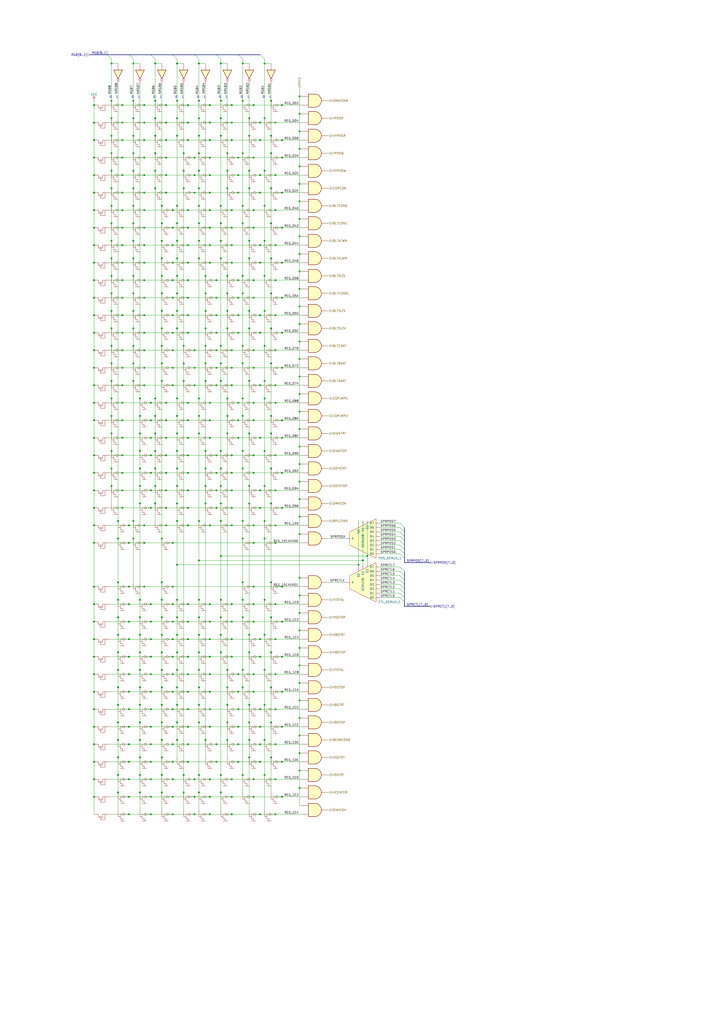
<source format=kicad_sch>
(kicad_sch (version 20211123) (generator eeschema)
  (paper "A2" portrait)
  (title_block (title "rga_decode") (date "2024-01-07") (rev "1") (company "Commodore") (comment 5 "bus: RGB[8:1] NRGB[8:1] SPRCTL[7:0] SPRPOS[7:0]"))
  (lib_symbols
    (symbol "NMOS:AND2" (pin_numbers hide) (pin_names (offset 1.016))
      (symbol "AND2_1_1"
        (pin output line (at 7.62 0 180) (length 3.81) (name "~") (number "1"))
        (pin input line (at -7.62 2.54 0) (length 3.81) (name "~") (number "2"))
        (pin input line (at -7.62 -2.54 0) (length 3.81) (name "~") (number "3"))
      )
    )
    (symbol "NMOS:DEMUX8" (pin_numbers hide) (pin_names (offset 1.016))
      (property "Reference" "DEMUX_" (at 1.27 11.43 0))
      (property "Value" "DEMUX8" (at 2.54 0 0))
      (symbol "DEMUX8_1_1"
        (pin input line (at -7.62 0 0) (length 2.54) (name "A") (number "1"))
        (pin output line (at 12.7 -3.81 180) (length 2.54) (name "B5") (number "10"))
        (pin output line (at 12.7 -6.35 180) (length 2.54) (name "B6") (number "11"))
        (pin output line (at 12.7 -8.89 180) (length 2.54) (name "B7") (number "12"))
        (pin input line (at 0 -10.16 90) (length 3.81) (name "S0") (number "2"))
        (pin input line (at 2.54 -10.16 90) (length 2.54) (name "S1") (number "3"))
        (pin input line (at 5.08 -10.16 90) (length 1.27) (name "S2") (number "4"))
        (pin output line (at 12.7 8.89 180) (length 2.54) (name "B0") (number "5"))
        (pin output line (at 12.7 6.35 180) (length 2.54) (name "B1") (number "6"))
        (pin output line (at 12.7 3.81 180) (length 2.54) (name "B2") (number "7"))
        (pin output line (at 12.7 1.27 180) (length 2.54) (name "B3") (number "8"))
        (pin output line (at 12.7 -1.27 180) (length 2.54) (name "B4") (number "9"))
      )
    )
    (symbol "NMOS:NOT" (pin_numbers hide)
      (symbol "NOT_1_0"
        (pin output inverted (at 6.35 0 180) (length 3.81) (name "~") (number "1"))
        (pin input line (at -6.35 0 0) (length 3.81) (name "~") (number "2"))
      )
    )
    (symbol "NMOS:NOT_OC" (pin_numbers hide)
      (property "Reference" "Q" (at -1.27 3.81 0))
      (symbol "NOT_OC_1_0"
        (pin open_collector inverted (at 6.35 1.27 180) (length 3.81) (name "~") (number "1"))
        (pin input line (at 0 3.81 270) (length 3.81) (name "~") (number "2"))
      )
    )
    (symbol "NMOS:PULLUP" (pin_numbers hide) (pin_names (offset 0) hide)
      (property "Reference" "R" (at 3.81 1.27 0))
      (symbol "PULLUP_1_1"
        (pin input line (at 2.54 3.81 270) (length 2.54) (name "S") (number "1"))
        (pin open_collector line (at 2.54 -5.08 90) (length 2.54) (name "D") (number "3"))
      )
    )
    (symbol "power:VCC" (power) (pin_names (offset 0))
      (property "Value" "VCC" (at 0 3.81 0))
      (symbol "VCC_1_1"
        (pin power_in line (at 0 0 90) (length 0) hide (name "VCC") (number "1"))
      )
    )
  )
  (junction (at 115.57 78.74))
  (junction (at 128.27 78.74))
  (junction (at 102.87 129.54))
  (junction (at 96.52 91.44))
  (junction (at 163.83 401.32))
  (junction (at 81.28 408.94))
  (junction (at 93.98 190.5))
  (junction (at 113.03 452.12))
  (junction (at 74.93 314.96))
  (junction (at 147.32 264.16))
  (junction (at 163.83 81.28))
  (junction (at 208.28 327.66))
  (junction (at 138.43 411.48))
  (junction (at 125.73 431.8))
  (junction (at 77.47 210.82))
  (junction (at 138.43 254))
  (junction (at 125.73 223.52))
  (junction (at 106.68 88.9))
  (junction (at 153.67 429.26))
  (junction (at 119.38 160.02))
  (junction (at 151.13 193.04))
  (junction (at 144.78 439.42))
  (junction (at 68.58 439.42))
  (junction (at 93.98 459.74))
  (junction (at 153.67 368.3))
  (junction (at 134.62 274.32))
  (junction (at 119.38 261.62))
  (junction (at 115.57 139.7))
  (junction (at 102.87 302.26))
  (junction (at 153.67 119.38))
  (junction (at 134.62 223.52))
  (junction (at 121.92 142.24))
  (junction (at 71.12 284.48))
  (junction (at 87.63 284.48))
  (junction (at 151.13 411.48))
  (junction (at 157.48 358.14))
  (junction (at 93.98 337.82))
  (junction (at 153.67 312.42))
  (junction (at 121.92 152.4))
  (junction (at 102.87 180.34))
  (junction (at 144.78 220.98))
  (junction (at 100.33 452.12))
  (junction (at 157.48 129.54))
  (junction (at 125.73 203.2))
  (junction (at 54.61 401.32))
  (junction (at 54.61 152.4))
  (junction (at 109.22 391.16))
  (junction (at 81.28 271.78))
  (junction (at 144.78 378.46))
  (junction (at 102.87 271.78))
  (junction (at 77.47 312.42))
  (junction (at 54.61 132.08))
  (junction (at 100.33 441.96))
  (junction (at 138.43 162.56))
  (junction (at 83.82 111.76))
  (junction (at 68.58 358.14))
  (junction (at 93.98 139.7))
  (junction (at 153.67 388.62))
  (junction (at 128.27 358.14))
  (junction (at 109.22 284.48))
  (junction (at 147.32 391.16))
  (junction (at 87.63 370.84))
  (junction (at 132.08 429.26))
  (junction (at 115.57 449.58))
  (junction (at 128.27 271.78))
  (junction (at 134.62 370.84))
  (junction (at 144.78 68.58))
  (junction (at 102.87 419.1))
  (junction (at 93.98 398.78))
  (junction (at 144.78 139.7))
  (junction (at 140.97 449.58))
  (junction (at 74.93 472.44))
  (junction (at 81.28 358.14))
  (junction (at 157.48 88.9))
  (junction (at 115.57 368.3))
  (junction (at 132.08 419.1))
  (junction (at 100.33 142.24))
  (junction (at 54.61 213.36))
  (junction (at 140.97 241.3))
  (junction (at 100.33 340.36))
  (junction (at 115.57 398.78))
  (junction (at 93.98 129.54))
  (junction (at 119.38 190.5))
  (junction (at 153.67 231.14))
  (junction (at 90.17 58.42))
  (junction (at 147.32 162.56))
  (junction (at 87.63 264.16))
  (junction (at 128.27 281.94))
  (junction (at 93.98 388.62))
  (junction (at 77.47 220.98))
  (junction (at 54.61 452.12))
  (junction (at 128.27 261.62))
  (junction (at 83.82 172.72))
  (junction (at 140.97 398.78))
  (junction (at 173.99 55.88))
  (junction (at 81.28 439.42))
  (junction (at 90.17 88.9))
  (junction (at 81.28 281.94))
  (junction (at 134.62 132.08))
  (junction (at 81.28 429.26))
  (junction (at 157.48 190.5))
  (junction (at 64.77 180.34))
  (junction (at 54.61 162.56))
  (junction (at 81.28 419.1))
  (junction (at 134.62 121.92))
  (junction (at 157.48 378.46))
  (junction (at 100.33 350.52))
  (junction (at 160.02 284.48))
  (junction (at 121.92 370.84))
  (junction (at 96.52 243.84))
  (junction (at 64.77 99.06))
  (junction (at 113.03 203.2))
  (junction (at 140.97 129.54))
  (junction (at 109.22 421.64))
  (junction (at 71.12 60.96))
  (junction (at 138.43 243.84))
  (junction (at 153.67 180.34))
  (junction (at 113.03 472.44))
  (junction (at 147.32 314.96))
  (junction (at 54.61 101.6))
  (junction (at 109.22 360.68))
  (junction (at 74.93 462.28))
  (junction (at 138.43 182.88))
  (junction (at 102.87 58.42))
  (junction (at 140.97 200.66))
  (junction (at 90.17 281.94))
  (junction (at 100.33 182.88))
  (junction (at 109.22 132.08))
  (junction (at 173.99 457.2))
  (junction (at 163.83 132.08))
  (junction (at 77.47 58.42))
  (junction (at 157.48 398.78))
  (junction (at 153.67 408.94))
  (junction (at 87.63 452.12))
  (junction (at 93.98 200.66))
  (junction (at 132.08 180.34))
  (junction (at 113.03 462.28))
  (junction (at 151.13 370.84))
  (junction (at 119.38 200.66))
  (junction (at 121.92 91.44))
  (junction (at 71.12 101.6))
  (junction (at 100.33 462.28))
  (junction (at 115.57 459.74))
  (junction (at 81.28 398.78))
  (junction (at 54.61 81.28))
  (junction (at 153.67 449.58))
  (junction (at 90.17 231.14))
  (junction (at 121.92 254))
  (junction (at 64.77 220.98))
  (junction (at 83.82 132.08))
  (junction (at 71.12 213.36))
  (junction (at 71.12 81.28))
  (junction (at 64.77 36.83))
  (junction (at 96.52 264.16))
  (junction (at 74.93 370.84))
  (junction (at 173.99 279.4))
  (junction (at 93.98 160.02))
  (junction (at 54.61 360.68))
  (junction (at 102.87 281.94))
  (junction (at 121.92 411.48))
  (junction (at 102.87 139.7))
  (junction (at 121.92 101.6))
  (junction (at 109.22 431.8))
  (junction (at 77.47 99.06))
  (junction (at 64.77 58.42))
  (junction (at 173.99 345.44))
  (junction (at 160.02 203.2))
  (junction (at 134.62 381))
  (junction (at 96.52 101.6))
  (junction (at 109.22 182.88))
  (junction (at 100.33 152.4))
  (junction (at 102.87 408.94))
  (junction (at 54.61 243.84))
  (junction (at 68.58 368.3))
  (junction (at 87.63 401.32))
  (junction (at 90.17 251.46))
  (junction (at 163.83 462.28))
  (junction (at 153.67 160.02))
  (junction (at 83.82 203.2))
  (junction (at 151.13 431.8))
  (junction (at 68.58 429.26))
  (junction (at 54.61 431.8))
  (junction (at 128.27 322.58))
  (junction (at 144.78 408.94))
  (junction (at 125.73 172.72))
  (junction (at 151.13 142.24))
  (junction (at 132.08 241.3))
  (junction (at 54.61 421.64))
  (junction (at 83.82 162.56))
  (junction (at 115.57 88.9))
  (junction (at 128.27 459.74))
  (junction (at 93.98 358.14))
  (junction (at 151.13 152.4))
  (junction (at 54.61 172.72))
  (junction (at 160.02 101.6))
  (junction (at 100.33 472.44))
  (junction (at 102.87 368.3))
  (junction (at 144.78 429.26))
  (junction (at 163.83 340.36))
  (junction (at 157.48 149.86))
  (junction (at 93.98 419.1))
  (junction (at 81.28 347.98))
  (junction (at 128.27 378.46))
  (junction (at 90.17 261.62))
  (junction (at 153.67 347.98))
  (junction (at 100.33 360.68))
  (junction (at 134.62 81.28))
  (junction (at 109.22 152.4))
  (junction (at 71.12 91.44))
  (junction (at 121.92 111.76))
  (junction (at 115.57 119.38))
  (junction (at 87.63 411.48))
  (junction (at 96.52 233.68))
  (junction (at 74.93 411.48))
  (junction (at 147.32 304.8))
  (junction (at 144.78 180.34))
  (junction (at 54.61 411.48))
  (junction (at 96.52 60.96))
  (junction (at 144.78 149.86))
  (junction (at 140.97 261.62))
  (junction (at 64.77 88.9))
  (junction (at 147.32 401.32))
  (junction (at 128.27 119.38))
  (junction (at 147.32 91.44))
  (junction (at 87.63 243.84))
  (junction (at 102.87 327.66))
  (junction (at 77.47 119.38))
  (junction (at 128.27 302.26))
  (junction (at 160.02 304.8))
  (junction (at 81.28 231.14))
  (junction (at 134.62 60.96))
  (junction (at 102.87 292.1))
  (junction (at 140.97 312.42))
  (junction (at 77.47 160.02))
  (junction (at 81.28 378.46))
  (junction (at 102.87 261.62))
  (junction (at 147.32 60.96))
  (junction (at 132.08 109.22))
  (junction (at 96.52 254))
  (junction (at 125.73 162.56))
  (junction (at 54.61 193.04))
  (junction (at 113.03 111.76))
  (junction (at 115.57 99.06))
  (junction (at 64.77 170.18))
  (junction (at 163.83 213.36))
  (junction (at 102.87 170.18))
  (junction (at 160.02 391.16))
  (junction (at 83.82 60.96))
  (junction (at 173.99 177.8))
  (junction (at 81.28 241.3))
  (junction (at 74.93 381))
  (junction (at 93.98 408.94))
  (junction (at 132.08 170.18))
  (junction (at 157.48 109.22))
  (junction (at 81.28 292.1))
  (junction (at 151.13 421.64))
  (junction (at 64.77 149.86))
  (junction (at 81.28 368.3))
  (junction (at 71.12 243.84))
  (junction (at 100.33 391.16))
  (junction (at 147.32 360.68))
  (junction (at 54.61 142.24))
  (junction (at 71.12 182.88))
  (junction (at 93.98 449.58))
  (junction (at 173.99 309.88))
  (junction (at 173.99 167.64))
  (junction (at 109.22 172.72))
  (junction (at 54.61 203.2))
  (junction (at 109.22 264.16))
  (junction (at 109.22 274.32))
  (junction (at 147.32 213.36))
  (junction (at 134.62 203.2))
  (junction (at 144.78 99.06))
  (junction (at 77.47 88.9))
  (junction (at 54.61 91.44))
  (junction (at 102.87 231.14))
  (junction (at 71.12 223.52))
  (junction (at 106.68 220.98))
  (junction (at 153.67 220.98))
  (junction (at 160.02 264.16))
  (junction (at 138.43 421.64))
  (junction (at 115.57 302.26))
  (junction (at 54.61 294.64))
  (junction (at 71.12 132.08))
  (junction (at 68.58 408.94))
  (junction (at 121.92 233.68))
  (junction (at 163.83 60.96))
  (junction (at 93.98 378.46))
  (junction (at 113.03 101.6))
  (junction (at 93.98 429.26))
  (junction (at 125.73 284.48))
  (junction (at 173.99 66.04))
  (junction (at 157.48 210.82))
  (junction (at 153.67 281.94))
  (junction (at 74.93 350.52))
  (junction (at 147.32 233.68))
  (junction (at 147.32 203.2))
  (junction (at 115.57 325.12))
  (junction (at 106.68 99.06))
  (junction (at 132.08 160.02))
  (junction (at 77.47 149.86))
  (junction (at 93.98 149.86))
  (junction (at 109.22 411.48))
  (junction (at 157.48 78.74))
  (junction (at 173.99 436.88))
  (junction (at 77.47 109.22))
  (junction (at 54.61 340.36))
  (junction (at 132.08 99.06))
  (junction (at 173.99 375.92))
  (junction (at 54.61 121.92))
  (junction (at 64.77 68.58))
  (junction (at 74.93 421.64))
  (junction (at 138.43 193.04))
  (junction (at 106.68 449.58))
  (junction (at 163.83 381))
  (junction (at 157.48 58.42))
  (junction (at 102.87 358.14))
  (junction (at 153.67 302.26))
  (junction (at 157.48 271.78))
  (junction (at 87.63 431.8))
  (junction (at 151.13 441.96))
  (junction (at 87.63 381))
  (junction (at 147.32 350.52))
  (junction (at 115.57 129.54))
  (junction (at 64.77 139.7))
  (junction (at 77.47 78.74))
  (junction (at 134.62 142.24))
  (junction (at 151.13 182.88))
  (junction (at 102.87 190.5))
  (junction (at 138.43 233.68))
  (junction (at 100.33 314.96))
  (junction (at 93.98 180.34))
  (junction (at 96.52 71.12))
  (junction (at 102.87 78.74))
  (junction (at 128.27 292.1))
  (junction (at 64.77 200.66))
  (junction (at 64.77 190.5))
  (junction (at 132.08 231.14))
  (junction (at 74.93 441.96))
  (junction (at 173.99 96.52))
  (junction (at 54.61 111.76))
  (junction (at 109.22 401.32))
  (junction (at 153.67 139.7))
  (junction (at 102.87 68.58))
  (junction (at 71.12 203.2))
  (junction (at 121.92 304.8))
  (junction (at 64.77 109.22))
  (junction (at 125.73 274.32))
  (junction (at 109.22 142.24))
  (junction (at 173.99 248.92))
  (junction (at 121.92 121.92))
  (junction (at 173.99 228.6))
  (junction (at 77.47 129.54))
  (junction (at 140.97 170.18))
  (junction (at 100.33 132.08))
  (junction (at 74.93 360.68))
  (junction (at 173.99 127))
  (junction (at 144.78 281.94))
  (junction (at 119.38 271.78))
  (junction (at 115.57 109.22))
  (junction (at 90.17 99.06))
  (junction (at 134.62 472.44))
  (junction (at 134.62 284.48))
  (junction (at 100.33 370.84))
  (junction (at 160.02 142.24))
  (junction (at 173.99 269.24))
  (junction (at 121.92 60.96))
  (junction (at 173.99 396.24))
  (junction (at 68.58 388.62))
  (junction (at 113.03 91.44))
  (junction (at 138.43 101.6))
  (junction (at 160.02 472.44))
  (junction (at 144.78 78.74))
  (junction (at 100.33 431.8))
  (junction (at 134.62 294.64))
  (junction (at 83.82 223.52))
  (junction (at 151.13 254))
  (junction (at 147.32 243.84))
  (junction (at 96.52 274.32))
  (junction (at 68.58 449.58))
  (junction (at 160.02 233.68))
  (junction (at 153.67 261.62))
  (junction (at 100.33 223.52))
  (junction (at 173.99 208.28))
  (junction (at 83.82 152.4))
  (junction (at 81.28 459.74))
  (junction (at 173.99 259.08))
  (junction (at 121.92 81.28))
  (junction (at 134.62 152.4))
  (junction (at 77.47 139.7))
  (junction (at 144.78 419.1))
  (junction (at 140.97 347.98))
  (junction (at 102.87 241.3))
  (junction (at 213.36 322.58))
  (junction (at 100.33 121.92))
  (junction (at 147.32 452.12))
  (junction (at 132.08 88.9))
  (junction (at 138.43 91.44))
  (junction (at 173.99 198.12))
  (junction (at 102.87 398.78))
  (junction (at 173.99 218.44))
  (junction (at 128.27 220.98))
  (junction (at 173.99 406.4))
  (junction (at 121.92 381))
  (junction (at 54.61 350.52))
  (junction (at 64.77 231.14))
  (junction (at 157.48 170.18))
  (junction (at 100.33 193.04))
  (junction (at 153.67 68.58))
  (junction (at 160.02 370.84))
  (junction (at 83.82 304.8))
  (junction (at 71.12 274.32))
  (junction (at 68.58 419.1))
  (junction (at 163.83 360.68))
  (junction (at 102.87 378.46))
  (junction (at 93.98 368.3))
  (junction (at 64.77 119.38))
  (junction (at 100.33 381))
  (junction (at 96.52 81.28))
  (junction (at 128.27 200.66))
  (junction (at 83.82 121.92))
  (junction (at 115.57 419.1))
  (junction (at 90.17 109.22))
  (junction (at 83.82 213.36))
  (junction (at 102.87 388.62))
  (junction (at 54.61 304.8))
  (junction (at 54.61 254))
  (junction (at 128.27 210.82))
  (junction (at 128.27 58.42))
  (junction (at 138.43 441.96))
  (junction (at 115.57 36.83))
  (junction (at 77.47 36.83))
  (junction (at 151.13 111.76))
  (junction (at 109.22 294.64))
  (junction (at 163.83 152.4))
  (junction (at 140.97 58.42))
  (junction (at 173.99 416.56))
  (junction (at 71.12 254))
  (junction (at 121.92 421.64))
  (junction (at 87.63 462.28))
  (junction (at 163.83 111.76))
  (junction (at 160.02 182.88))
  (junction (at 140.97 388.62))
  (junction (at 102.87 251.46))
  (junction (at 83.82 91.44))
  (junction (at 144.78 109.22))
  (junction (at 132.08 251.46))
  (junction (at 128.27 129.54))
  (junction (at 173.99 386.08))
  (junction (at 71.12 142.24))
  (junction (at 71.12 71.12))
  (junction (at 121.92 462.28))
  (junction (at 147.32 274.32))
  (junction (at 96.52 111.76))
  (junction (at 83.82 182.88))
  (junction (at 173.99 447.04))
  (junction (at 121.92 452.12))
  (junction (at 71.12 162.56))
  (junction (at 173.99 238.76))
  (junction (at 121.92 350.52))
  (junction (at 81.28 251.46))
  (junction (at 119.38 281.94))
  (junction (at 173.99 86.36))
  (junction (at 100.33 411.48))
  (junction (at 54.61 314.96))
  (junction (at 160.02 223.52))
  (junction (at 144.78 292.1))
  (junction (at 163.83 294.64))
  (junction (at 147.32 462.28))
  (junction (at 125.73 294.64))
  (junction (at 128.27 36.83))
  (junction (at 140.97 210.82))
  (junction (at 109.22 243.84))
  (junction (at 64.77 129.54))
  (junction (at 74.93 391.16))
  (junction (at 81.28 261.62))
  (junction (at 109.22 233.68))
  (junction (at 128.27 139.7))
  (junction (at 140.97 302.26))
  (junction (at 138.43 172.72))
  (junction (at 87.63 421.64))
  (junction (at 157.48 251.46))
  (junction (at 153.67 99.06))
  (junction (at 163.83 193.04))
  (junction (at 121.92 472.44))
  (junction (at 128.27 368.3))
  (junction (at 100.33 213.36))
  (junction (at 102.87 119.38))
  (junction (at 77.47 302.26))
  (junction (at 90.17 78.74))
  (junction (at 173.99 426.72))
  (junction (at 121.92 391.16))
  (junction (at 140.97 88.9))
  (junction (at 115.57 68.58))
  (junction (at 96.52 284.48))
  (junction (at 173.99 137.16))
  (junction (at 93.98 210.82))
  (junction (at 83.82 193.04))
  (junction (at 102.87 36.83))
  (junction (at 163.83 91.44))
  (junction (at 109.22 441.96))
  (junction (at 121.92 401.32))
  (junction (at 115.57 378.46))
  (junction (at 138.43 401.32))
  (junction (at 138.43 111.76))
  (junction (at 87.63 350.52))
  (junction (at 140.97 271.78))
  (junction (at 81.28 388.62))
  (junction (at 140.97 36.83))
  (junction (at 64.77 251.46))
  (junction (at 134.62 350.52))
  (junction (at 121.92 360.68))
  (junction (at 151.13 381))
  (junction (at 151.13 223.52))
  (junction (at 144.78 368.3))
  (junction (at 74.93 340.36))
  (junction (at 83.82 81.28))
  (junction (at 100.33 421.64))
  (junction (at 54.61 370.84))
  (junction (at 71.12 294.64))
  (junction (at 109.22 193.04))
  (junction (at 90.17 292.1))
  (junction (at 74.93 304.8))
  (junction (at 54.61 381))
  (junction (at 100.33 203.2))
  (junction (at 134.62 452.12))
  (junction (at 54.61 274.32))
  (junction (at 132.08 388.62))
  (junction (at 153.67 36.83))
  (junction (at 173.99 355.6))
  (junction (at 54.61 264.16))
  (junction (at 64.77 261.62))
  (junction (at 173.99 335.28))
  (junction (at 119.38 210.82))
  (junction (at 54.61 284.48))
  (junction (at 64.77 210.82))
  (junction (at 147.32 172.72))
  (junction (at 74.93 431.8))
  (junction (at 71.12 193.04))
  (junction (at 109.22 304.8))
  (junction (at 173.99 76.2))
  (junction (at 109.22 60.96))
  (junction (at 115.57 58.42))
  (junction (at 77.47 180.34))
  (junction (at 64.77 271.78))
  (junction (at 140.97 358.14))
  (junction (at 115.57 231.14))
  (junction (at 109.22 254))
  (junction (at 113.03 213.36))
  (junction (at 106.68 459.74))
  (junction (at 153.67 200.66))
  (junction (at 151.13 81.28))
  (junction (at 163.83 254))
  (junction (at 163.83 274.32))
  (junction (at 121.92 71.12))
  (junction (at 106.68 200.66))
  (junction (at 125.73 213.36))
  (junction (at 102.87 347.98))
  (junction (at 151.13 294.64))
  (junction (at 109.22 350.52))
  (junction (at 100.33 162.56))
  (junction (at 113.03 223.52))
  (junction (at 81.28 449.58))
  (junction (at 109.22 370.84))
  (junction (at 115.57 251.46))
  (junction (at 173.99 365.76))
  (junction (at 121.92 132.08))
  (junction (at 87.63 391.16))
  (junction (at 121.92 243.84))
  (junction (at 115.57 241.3))
  (junction (at 109.22 71.12))
  (junction (at 68.58 337.82))
  (junction (at 87.63 254))
  (junction (at 140.97 160.02))
  (junction (at 64.77 281.94))
  (junction (at 138.43 431.8))
  (junction (at 64.77 241.3))
  (junction (at 134.62 462.28))
  (junction (at 160.02 162.56))
  (junction (at 87.63 274.32))
  (junction (at 157.48 292.1))
  (junction (at 140.97 119.38))
  (junction (at 71.12 111.76))
  (junction (at 128.27 449.58))
  (junction (at 77.47 68.58))
  (junction (at 144.78 190.5))
  (junction (at 77.47 200.66))
  (junction (at 128.27 149.86))
  (junction (at 160.02 411.48))
  (junction (at 134.62 304.8))
  (junction (at 115.57 358.14))
  (junction (at 68.58 378.46))
  (junction (at 102.87 429.26))
  (junction (at 147.32 340.36))
  (junction (at 90.17 68.58))
  (junction (at 77.47 170.18))
  (junction (at 83.82 101.6))
  (junction (at 68.58 312.42))
  (junction (at 71.12 152.4))
  (junction (at 74.93 401.32))
  (junction (at 109.22 121.92))
  (junction (at 115.57 388.62))
  (junction (at 90.17 36.83))
  (junction (at 115.57 149.86))
  (junction (at 173.99 289.56))
  (junction (at 54.61 182.88))
  (junction (at 119.38 170.18))
  (junction (at 119.38 292.1))
  (junction (at 144.78 251.46))
  (junction (at 109.22 81.28))
  (junction (at 87.63 472.44))
  (junction (at 54.61 391.16))
  (junction (at 160.02 431.8))
  (junction (at 173.99 147.32))
  (junction (at 109.22 381))
  (junction (at 173.99 157.48))
  (junction (at 134.62 71.12))
  (junction (at 151.13 71.12))
  (junction (at 163.83 441.96))
  (junction (at 83.82 71.12))
  (junction (at 119.38 180.34))
  (junction (at 151.13 284.48))
  (junction (at 74.93 452.12))
  (junction (at 109.22 162.56))
  (junction (at 93.98 347.98))
  (junction (at 90.17 241.3))
  (junction (at 132.08 190.5))
  (junction (at 173.99 299.72))
  (junction (at 125.73 264.16))
  (junction (at 54.61 462.28))
  (junction (at 140.97 231.14))
  (junction (at 147.32 132.08))
  (junction (at 128.27 68.58))
  (junction (at 83.82 314.96))
  (junction (at 134.62 213.36))
  (junction (at 100.33 401.32))
  (junction (at 87.63 441.96))
  (junction (at 54.61 441.96))
  (junction (at 68.58 302.26))
  (junction (at 163.83 172.72))
  (junction (at 132.08 408.94))
  (junction (at 115.57 347.98))
  (junction (at 132.08 398.78))
  (junction (at 160.02 452.12))
  (junction (at 173.99 116.84))
  (junction (at 77.47 190.5))
  (junction (at 93.98 119.38))
  (junction (at 106.68 210.82))
  (junction (at 173.99 187.96))
  (junction (at 87.63 233.68))
  (junction (at 54.61 233.68))
  (junction (at 54.61 60.96))
  (junction (at 157.48 337.82))
  (junction (at 71.12 233.68))
  (junction (at 160.02 350.52))
  (junction (at 140.97 337.82))
  (junction (at 173.99 106.68))
  (junction (at 102.87 160.02))
  (junction (at 90.17 271.78))
  (junction (at 54.61 223.52))
  (junction (at 54.61 71.12))
  (junction (at 71.12 172.72))
  (junction (at 68.58 347.98))
  (junction (at 68.58 398.78))
  (junction (at 83.82 340.36))
  (junction (at 160.02 71.12))
  (junction (at 96.52 294.64))
  (junction (at 68.58 459.74))
  (junction (at 147.32 121.92))
  (junction (at 119.38 220.98))
  (junction (at 106.68 109.22))
  (junction (at 87.63 294.64))
  (junction (at 151.13 101.6))
  (junction (at 128.27 347.98))
  (junction (at 71.12 264.16))
  (junction (at 96.52 304.8))
  (junction (at 134.62 264.16))
  (junction (at 93.98 312.42))
  (junction (at 134.62 360.68))
  (junction (at 64.77 160.02))
  (junction (at 151.13 472.44))
  (junction (at 83.82 142.24))
  (junction (at 100.33 172.72))
  (junction (at 71.12 121.92))
  (junction (at 102.87 149.86))
  (junction (at 157.48 419.1))
  (junction (at 210.82 325.12))
  (junction (at 163.83 421.64))
  (junction (at 64.77 78.74))
  (junction (at 93.98 220.98))
  (junction (at 157.48 439.42))
  (junction (at 160.02 314.96))
  (junction (at 93.98 439.42))
  (junction (at 125.73 193.04))
  (junction (at 115.57 408.94))
  (junction (at 93.98 170.18))
  (junction (at 163.83 243.84))
  (junction (at 87.63 360.68))
  (junction (at 119.38 429.26))
  (junction (at 125.73 182.88))
  (junction (at 157.48 241.3))
  (junction (at 160.02 121.92))
  (junction (at 125.73 441.96))
  (junction (at 138.43 391.16))
  (bus_entry (at 232.41 311.15) (size 2.54 2.54))
  (bus_entry (at 151.13 31.75) (size 2.54 2.54))
  (bus_entry (at 232.41 321.31) (size 2.54 2.54))
  (bus_entry (at 232.41 308.61) (size 2.54 2.54))
  (bus_entry (at 232.41 334.01) (size 2.54 2.54))
  (bus_entry (at 232.41 328.93) (size 2.54 2.54))
  (bus_entry (at 232.41 331.47) (size 2.54 2.54))
  (bus_entry (at 232.41 344.17) (size 2.54 2.54))
  (bus_entry (at 232.41 346.71) (size 2.54 2.54))
  (bus_entry (at 232.41 341.63) (size 2.54 2.54))
  (bus_entry (at 232.41 336.55) (size 2.54 2.54))
  (bus_entry (at 232.41 339.09) (size 2.54 2.54))
  (bus_entry (at 100.33 31.75) (size 2.54 2.54))
  (bus_entry (at 125.73 31.75) (size 2.54 2.54))
  (bus_entry (at 232.41 313.69) (size 2.54 2.54))
  (bus_entry (at 232.41 303.53) (size 2.54 2.54))
  (bus_entry (at 74.93 31.75) (size 2.54 2.54))
  (bus_entry (at 62.23 31.75) (size 2.54 2.54))
  (bus_entry (at 232.41 316.23) (size 2.54 2.54))
  (bus_entry (at 232.41 306.07) (size 2.54 2.54))
  (bus_entry (at 113.03 31.75) (size 2.54 2.54))
  (bus_entry (at 138.43 31.75) (size 2.54 2.54))
  (bus_entry (at 87.63 31.75) (size 2.54 2.54))
  (bus_entry (at 232.41 318.77) (size 2.54 2.54))
  (wire (pts (xy 96.52 284.48) (xy 109.22 284.48)))
  (wire (pts (xy 140.97 88.9) (xy 140.97 119.38)))
  (wire (pts (xy 63.5 142.24) (xy 71.12 142.24)))
  (wire (pts (xy 140.97 36.83) (xy 140.97 58.42)))
  (wire (pts (xy 134.62 264.16) (xy 147.32 264.16)))
  (wire (pts (xy 157.48 109.22) (xy 157.48 129.54)))
  (wire (pts (xy 83.82 162.56) (xy 100.33 162.56)))
  (wire (pts (xy 232.41 346.71) (xy 220.98 346.71)))
  (wire (pts (xy 81.28 261.62) (xy 81.28 271.78)))
  (wire (pts (xy 87.63 233.68) (xy 96.52 233.68)))
  (wire (pts (xy 81.28 459.74) (xy 81.28 469.9)))
  (wire (pts (xy 121.92 121.92) (xy 134.62 121.92)))
  (wire (pts (xy 157.48 378.46) (xy 157.48 398.78)))
  (wire (pts (xy 83.82 172.72) (xy 100.33 172.72)))
  (wire (pts (xy 87.63 411.48) (xy 100.33 411.48)))
  (wire (pts (xy 132.08 88.9) (xy 132.08 99.06)))
  (wire (pts (xy 191.77 261.62) (xy 190.5 261.62)))
  (wire (pts (xy 109.22 81.28) (xy 121.92 81.28)))
  (wire (pts (xy 71.12 213.36) (xy 83.82 213.36)))
  (wire (pts (xy 160.02 472.44) (xy 175.26 472.44)))
  (wire (pts (xy 100.33 182.88) (xy 109.22 182.88)))
  (wire (pts (xy 173.99 416.56) (xy 173.99 426.72)))
  (wire (pts (xy 63.5 462.28) (xy 74.93 462.28)))
  (wire (pts (xy 90.17 99.06) (xy 90.17 109.22)))
  (wire (pts (xy 54.61 254) (xy 54.61 264.16)))
  (wire (pts (xy 54.61 274.32) (xy 54.61 284.48)))
  (wire (pts (xy 63.5 370.84) (xy 74.93 370.84)))
  (wire (pts (xy 173.99 386.08) (xy 173.99 396.24)))
  (wire (pts (xy 144.78 49.53) (xy 144.78 68.58)))
  (wire (pts (xy 163.83 381) (xy 175.26 381)))
  (wire (pts (xy 175.26 447.04) (xy 173.99 447.04)))
  (wire (pts (xy 153.67 99.06) (xy 153.67 119.38)))
  (wire (pts (xy 77.47 190.5) (xy 77.47 200.66)))
  (wire (pts (xy 140.97 271.78) (xy 140.97 302.26)))
  (wire (pts (xy 134.62 81.28) (xy 151.13 81.28)))
  (wire (pts (xy 121.92 401.32) (xy 138.43 401.32)))
  (wire (pts (xy 113.03 472.44) (xy 121.92 472.44)))
  (bus (pts (xy 234.95 334.01) (xy 234.95 336.55)))
  (wire (pts (xy 175.26 157.48) (xy 173.99 157.48)))
  (wire (pts (xy 100.33 203.2) (xy 113.03 203.2)))
  (wire (pts (xy 208.28 302.26) (xy 208.28 327.66)))
  (wire (pts (xy 100.33 350.52) (xy 109.22 350.52)))
  (wire (pts (xy 175.26 218.44) (xy 173.99 218.44)))
  (wire (pts (xy 173.99 76.2) (xy 173.99 86.36)))
  (wire (pts (xy 63.5 421.64) (xy 74.93 421.64)))
  (bus (pts (xy 62.23 31.75) (xy 74.93 31.75)))
  (wire (pts (xy 115.57 459.74) (xy 115.57 469.9)))
  (wire (pts (xy 77.47 68.58) (xy 77.47 78.74)))
  (wire (pts (xy 121.92 233.68) (xy 138.43 233.68)))
  (wire (pts (xy 96.52 243.84) (xy 109.22 243.84)))
  (wire (pts (xy 191.77 241.3) (xy 190.5 241.3)))
  (wire (pts (xy 232.41 341.63) (xy 220.98 341.63)))
  (wire (pts (xy 121.92 462.28) (xy 134.62 462.28)))
  (wire (pts (xy 153.67 200.66) (xy 153.67 220.98)))
  (wire (pts (xy 100.33 421.64) (xy 109.22 421.64)))
  (wire (pts (xy 210.82 302.26) (xy 210.82 325.12)))
  (wire (pts (xy 175.26 208.28) (xy 173.99 208.28)))
  (wire (pts (xy 64.77 119.38) (xy 64.77 129.54)))
  (wire (pts (xy 119.38 281.94) (xy 119.38 292.1)))
  (wire (pts (xy 138.43 172.72) (xy 147.32 172.72)))
  (wire (pts (xy 138.43 391.16) (xy 147.32 391.16)))
  (wire (pts (xy 175.26 299.72) (xy 173.99 299.72)))
  (wire (pts (xy 191.77 358.14) (xy 190.5 358.14)))
  (wire (pts (xy 71.12 81.28) (xy 83.82 81.28)))
  (wire (pts (xy 121.92 472.44) (xy 134.62 472.44)))
  (wire (pts (xy 64.77 149.86) (xy 64.77 160.02)))
  (wire (pts (xy 175.26 177.8) (xy 173.99 177.8)))
  (wire (pts (xy 134.62 294.64) (xy 151.13 294.64)))
  (wire (pts (xy 54.61 452.12) (xy 54.61 462.28)))
  (wire (pts (xy 93.98 408.94) (xy 93.98 419.1)))
  (wire (pts (xy 77.47 302.26) (xy 77.47 312.42)))
  (wire (pts (xy 81.28 231.14) (xy 81.28 241.3)))
  (wire (pts (xy 100.33 462.28) (xy 113.03 462.28)))
  (wire (pts (xy 140.97 261.62) (xy 140.97 271.78)))
  (wire (pts (xy 160.02 304.8) (xy 175.26 304.8)))
  (wire (pts (xy 96.52 264.16) (xy 109.22 264.16)))
  (wire (pts (xy 147.32 360.68) (xy 163.83 360.68)))
  (wire (pts (xy 81.28 429.26) (xy 81.28 439.42)))
  (wire (pts (xy 74.93 431.8) (xy 87.63 431.8)))
  (wire (pts (xy 71.12 132.08) (xy 83.82 132.08)))
  (wire (pts (xy 77.47 119.38) (xy 77.47 129.54)))
  (wire (pts (xy 87.63 294.64) (xy 96.52 294.64)))
  (wire (pts (xy 128.27 119.38) (xy 128.27 129.54)))
  (wire (pts (xy 93.98 160.02) (xy 93.98 170.18)))
  (wire (pts (xy 81.28 251.46) (xy 81.28 261.62)))
  (wire (pts (xy 121.92 101.6) (xy 138.43 101.6)))
  (wire (pts (xy 63.5 264.16) (xy 71.12 264.16)))
  (wire (pts (xy 138.43 111.76) (xy 151.13 111.76)))
  (wire (pts (xy 63.5 381) (xy 74.93 381)))
  (wire (pts (xy 153.67 281.94) (xy 153.67 302.26)))
  (wire (pts (xy 160.02 71.12) (xy 175.26 71.12)))
  (wire (pts (xy 121.92 391.16) (xy 138.43 391.16)))
  (wire (pts (xy 144.78 139.7) (xy 144.78 149.86)))
  (wire (pts (xy 151.13 142.24) (xy 160.02 142.24)))
  (wire (pts (xy 74.93 411.48) (xy 87.63 411.48)))
  (wire (pts (xy 74.93 462.28) (xy 87.63 462.28)))
  (wire (pts (xy 90.17 34.29) (xy 90.17 36.83)))
  (wire (pts (xy 163.83 213.36) (xy 175.26 213.36)))
  (wire (pts (xy 63.5 304.8) (xy 74.93 304.8)))
  (wire (pts (xy 121.92 91.44) (xy 138.43 91.44)))
  (wire (pts (xy 121.92 254) (xy 138.43 254)))
  (wire (pts (xy 173.99 289.56) (xy 173.99 299.72)))
  (wire (pts (xy 77.47 220.98) (xy 77.47 302.26)))
  (wire (pts (xy 54.61 381) (xy 54.61 391.16)))
  (wire (pts (xy 96.52 233.68) (xy 109.22 233.68)))
  (wire (pts (xy 134.62 213.36) (xy 147.32 213.36)))
  (wire (pts (xy 138.43 431.8) (xy 151.13 431.8)))
  (wire (pts (xy 54.61 421.64) (xy 54.61 431.8)))
  (wire (pts (xy 232.41 318.77) (xy 220.98 318.77)))
  (wire (pts (xy 115.57 378.46) (xy 115.57 388.62)))
  (wire (pts (xy 153.67 261.62) (xy 153.67 281.94)))
  (wire (pts (xy 64.77 180.34) (xy 64.77 190.5)))
  (wire (pts (xy 191.77 210.82) (xy 190.5 210.82)))
  (wire (pts (xy 106.68 220.98) (xy 106.68 449.58)))
  (wire (pts (xy 90.17 88.9) (xy 90.17 99.06)))
  (wire (pts (xy 54.61 203.2) (xy 54.61 213.36)))
  (wire (pts (xy 151.13 81.28) (xy 163.83 81.28)))
  (wire (pts (xy 102.87 429.26) (xy 102.87 439.42)))
  (wire (pts (xy 77.47 99.06) (xy 77.47 109.22)))
  (wire (pts (xy 74.93 370.84) (xy 87.63 370.84)))
  (wire (pts (xy 173.99 335.28) (xy 173.99 345.44)))
  (wire (pts (xy 109.22 142.24) (xy 121.92 142.24)))
  (wire (pts (xy 83.82 152.4) (xy 100.33 152.4)))
  (wire (pts (xy 77.47 88.9) (xy 77.47 99.06)))
  (wire (pts (xy 63.5 340.36) (xy 74.93 340.36)))
  (wire (pts (xy 191.77 149.86) (xy 190.5 149.86)))
  (wire (pts (xy 100.33 452.12) (xy 113.03 452.12)))
  (wire (pts (xy 71.12 101.6) (xy 83.82 101.6)))
  (wire (pts (xy 71.12 91.44) (xy 83.82 91.44)))
  (wire (pts (xy 63.5 391.16) (xy 74.93 391.16)))
  (wire (pts (xy 140.97 200.66) (xy 140.97 210.82)))
  (wire (pts (xy 128.27 68.58) (xy 128.27 78.74)))
  (wire (pts (xy 64.77 139.7) (xy 64.77 149.86)))
  (wire (pts (xy 90.17 241.3) (xy 90.17 251.46)))
  (wire (pts (xy 175.26 55.88) (xy 173.99 55.88)))
  (wire (pts (xy 115.57 325.12) (xy 115.57 347.98)))
  (wire (pts (xy 163.83 254) (xy 175.26 254)))
  (wire (pts (xy 173.99 137.16) (xy 173.99 147.32)))
  (wire (pts (xy 157.48 58.42) (xy 157.48 78.74)))
  (wire (pts (xy 87.63 401.32) (xy 100.33 401.32)))
  (wire (pts (xy 134.62 60.96) (xy 147.32 60.96)))
  (bus (pts (xy 234.95 344.17) (xy 234.95 346.71)))
  (wire (pts (xy 132.08 160.02) (xy 132.08 170.18)))
  (wire (pts (xy 83.82 81.28) (xy 96.52 81.28)))
  (wire (pts (xy 113.03 111.76) (xy 121.92 111.76)))
  (wire (pts (xy 157.48 337.82) (xy 157.48 358.14)))
  (wire (pts (xy 115.57 139.7) (xy 115.57 149.86)))
  (wire (pts (xy 54.61 60.96) (xy 54.61 71.12)))
  (wire (pts (xy 191.77 292.1) (xy 190.5 292.1)))
  (wire (pts (xy 134.62 381) (xy 151.13 381)))
  (wire (pts (xy 147.32 172.72) (xy 163.83 172.72)))
  (wire (pts (xy 64.77 241.3) (xy 64.77 251.46)))
  (wire (pts (xy 140.97 58.42) (xy 140.97 88.9)))
  (wire (pts (xy 157.48 419.1) (xy 157.48 439.42)))
  (wire (pts (xy 54.61 391.16) (xy 54.61 401.32)))
  (wire (pts (xy 147.32 304.8) (xy 160.02 304.8)))
  (wire (pts (xy 64.77 99.06) (xy 64.77 109.22)))
  (wire (pts (xy 109.22 391.16) (xy 121.92 391.16)))
  (wire (pts (xy 96.52 60.96) (xy 109.22 60.96)))
  (wire (pts (xy 151.13 152.4) (xy 163.83 152.4)))
  (wire (pts (xy 191.77 109.22) (xy 190.5 109.22)))
  (wire (pts (xy 93.98 170.18) (xy 93.98 180.34)))
  (bus (pts (xy 234.95 349.25) (xy 234.95 351.79)))
  (wire (pts (xy 63.5 81.28) (xy 71.12 81.28)))
  (wire (pts (xy 102.87 129.54) (xy 102.87 139.7)))
  (wire (pts (xy 115.57 34.29) (xy 115.57 36.83)))
  (wire (pts (xy 175.26 127) (xy 173.99 127)))
  (wire (pts (xy 81.28 449.58) (xy 81.28 459.74)))
  (wire (pts (xy 113.03 203.2) (xy 125.73 203.2)))
  (wire (pts (xy 132.08 398.78) (xy 132.08 408.94)))
  (wire (pts (xy 109.22 182.88) (xy 125.73 182.88)))
  (wire (pts (xy 151.13 441.96) (xy 163.83 441.96)))
  (wire (pts (xy 175.26 187.96) (xy 173.99 187.96)))
  (wire (pts (xy 147.32 60.96) (xy 163.83 60.96)))
  (wire (pts (xy 175.26 76.2) (xy 173.99 76.2)))
  (wire (pts (xy 102.87 388.62) (xy 102.87 398.78)))
  (wire (pts (xy 81.28 347.98) (xy 81.28 358.14)))
  (wire (pts (xy 175.26 345.44) (xy 173.99 345.44)))
  (wire (pts (xy 153.67 312.42) (xy 153.67 347.98)))
  (wire (pts (xy 173.99 406.4) (xy 173.99 416.56)))
  (bus (pts (xy 234.95 351.79) (xy 250.19 351.79)))
  (wire (pts (xy 63.5 223.52) (xy 71.12 223.52)))
  (wire (pts (xy 113.03 101.6) (xy 121.92 101.6)))
  (wire (pts (xy 175.26 147.32) (xy 173.99 147.32)))
  (wire (pts (xy 138.43 233.68) (xy 147.32 233.68)))
  (wire (pts (xy 77.47 78.74) (xy 77.47 88.9)))
  (wire (pts (xy 175.26 198.12) (xy 173.99 198.12)))
  (wire (pts (xy 64.77 170.18) (xy 64.77 180.34)))
  (wire (pts (xy 119.38 429.26) (xy 119.38 439.42)))
  (wire (pts (xy 115.57 347.98) (xy 115.57 358.14)))
  (wire (pts (xy 63.5 182.88) (xy 71.12 182.88)))
  (wire (pts (xy 140.97 231.14) (xy 140.97 241.3)))
  (bus (pts (xy 234.95 346.71) (xy 234.95 349.25)))
  (wire (pts (xy 134.62 284.48) (xy 151.13 284.48)))
  (wire (pts (xy 115.57 408.94) (xy 115.57 419.1)))
  (bus (pts (xy 234.95 331.47) (xy 234.95 334.01)))
  (wire (pts (xy 109.22 304.8) (xy 121.92 304.8)))
  (wire (pts (xy 160.02 431.8) (xy 175.26 431.8)))
  (wire (pts (xy 54.61 401.32) (xy 54.61 411.48)))
  (wire (pts (xy 138.43 401.32) (xy 147.32 401.32)))
  (wire (pts (xy 64.77 261.62) (xy 64.77 271.78)))
  (wire (pts (xy 144.78 378.46) (xy 144.78 408.94)))
  (wire (pts (xy 128.27 302.26) (xy 128.27 322.58)))
  (wire (pts (xy 102.87 149.86) (xy 102.87 160.02)))
  (wire (pts (xy 102.87 261.62) (xy 102.87 271.78)))
  (wire (pts (xy 115.57 398.78) (xy 115.57 408.94)))
  (wire (pts (xy 191.77 231.14) (xy 190.5 231.14)))
  (wire (pts (xy 71.12 223.52) (xy 83.82 223.52)))
  (wire (pts (xy 54.61 350.52) (xy 54.61 360.68)))
  (wire (pts (xy 102.87 36.83) (xy 102.87 58.42)))
  (wire (pts (xy 102.87 378.46) (xy 102.87 388.62)))
  (wire (pts (xy 90.17 58.42) (xy 90.17 68.58)))
  (wire (pts (xy 140.97 312.42) (xy 140.97 337.82)))
  (wire (pts (xy 102.87 58.42) (xy 102.87 68.58)))
  (wire (pts (xy 93.98 459.74) (xy 93.98 469.9)))
  (wire (pts (xy 173.99 259.08) (xy 173.99 269.24)))
  (wire (pts (xy 115.57 325.12) (xy 210.82 325.12)))
  (wire (pts (xy 68.58 398.78) (xy 68.58 408.94)))
  (bus (pts (xy 234.95 318.77) (xy 234.95 321.31)))
  (wire (pts (xy 173.99 279.4) (xy 173.99 289.56)))
  (wire (pts (xy 173.99 50.8) (xy 173.99 55.88)))
  (wire (pts (xy 160.02 411.48) (xy 175.26 411.48)))
  (wire (pts (xy 102.87 170.18) (xy 102.87 180.34)))
  (wire (pts (xy 128.27 322.58) (xy 213.36 322.58)))
  (wire (pts (xy 81.28 292.1) (xy 81.28 347.98)))
  (wire (pts (xy 232.41 306.07) (xy 220.98 306.07)))
  (wire (pts (xy 119.38 271.78) (xy 119.38 281.94)))
  (wire (pts (xy 71.12 71.12) (xy 83.82 71.12)))
  (wire (pts (xy 125.73 264.16) (xy 134.62 264.16)))
  (wire (pts (xy 68.58 449.58) (xy 68.58 459.74)))
  (wire (pts (xy 81.28 358.14) (xy 81.28 368.3)))
  (wire (pts (xy 140.97 160.02) (xy 140.97 170.18)))
  (wire (pts (xy 147.32 350.52) (xy 160.02 350.52)))
  (wire (pts (xy 163.83 243.84) (xy 175.26 243.84)))
  (wire (pts (xy 175.26 86.36) (xy 173.99 86.36)))
  (wire (pts (xy 90.17 36.83) (xy 90.17 58.42)))
  (wire (pts (xy 63.5 254) (xy 71.12 254)))
  (bus (pts (xy 138.43 31.75) (xy 151.13 31.75)))
  (wire (pts (xy 63.5 71.12) (xy 71.12 71.12)))
  (wire (pts (xy 191.77 220.98) (xy 190.5 220.98)))
  (wire (pts (xy 128.27 281.94) (xy 128.27 292.1)))
  (wire (pts (xy 74.93 350.52) (xy 87.63 350.52)))
  (wire (pts (xy 102.87 419.1) (xy 102.87 429.26)))
  (wire (pts (xy 115.57 58.42) (xy 115.57 68.58)))
  (wire (pts (xy 68.58 429.26) (xy 68.58 439.42)))
  (wire (pts (xy 128.27 292.1) (xy 128.27 302.26)))
  (wire (pts (xy 163.83 340.36) (xy 175.26 340.36)))
  (wire (pts (xy 63.5 121.92) (xy 71.12 121.92)))
  (wire (pts (xy 102.87 190.5) (xy 102.87 231.14)))
  (wire (pts (xy 147.32 314.96) (xy 160.02 314.96)))
  (wire (pts (xy 160.02 182.88) (xy 175.26 182.88)))
  (wire (pts (xy 160.02 162.56) (xy 175.26 162.56)))
  (wire (pts (xy 106.68 88.9) (xy 106.68 99.06)))
  (wire (pts (xy 121.92 243.84) (xy 138.43 243.84)))
  (wire (pts (xy 63.5 472.44) (xy 74.93 472.44)))
  (wire (pts (xy 74.93 304.8) (xy 83.82 304.8)))
  (wire (pts (xy 173.99 228.6) (xy 173.99 238.76)))
  (wire (pts (xy 232.41 303.53) (xy 220.98 303.53)))
  (wire (pts (xy 71.12 152.4) (xy 83.82 152.4)))
  (bus (pts (xy 125.73 31.75) (xy 138.43 31.75)))
  (wire (pts (xy 191.77 129.54) (xy 190.5 129.54)))
  (wire (pts (xy 63.5 360.68) (xy 74.93 360.68)))
  (wire (pts (xy 121.92 381) (xy 134.62 381)))
  (wire (pts (xy 54.61 132.08) (xy 54.61 142.24)))
  (wire (pts (xy 163.83 274.32) (xy 175.26 274.32)))
  (wire (pts (xy 173.99 167.64) (xy 173.99 177.8)))
  (wire (pts (xy 115.57 109.22) (xy 115.57 119.38)))
  (wire (pts (xy 121.92 421.64) (xy 138.43 421.64)))
  (wire (pts (xy 157.48 149.86) (xy 157.48 170.18)))
  (wire (pts (xy 151.13 101.6) (xy 160.02 101.6)))
  (wire (pts (xy 144.78 281.94) (xy 144.78 292.1)))
  (wire (pts (xy 160.02 391.16) (xy 175.26 391.16)))
  (wire (pts (xy 151.13 421.64) (xy 163.83 421.64)))
  (wire (pts (xy 134.62 203.2) (xy 147.32 203.2)))
  (wire (pts (xy 64.77 68.58) (xy 64.77 78.74)))
  (wire (pts (xy 106.68 49.53) (xy 106.68 88.9)))
  (wire (pts (xy 173.99 157.48) (xy 173.99 167.64)))
  (wire (pts (xy 191.77 68.58) (xy 190.5 68.58)))
  (wire (pts (xy 71.12 203.2) (xy 83.82 203.2)))
  (wire (pts (xy 175.26 167.64) (xy 173.99 167.64)))
  (wire (pts (xy 153.67 36.83) (xy 153.67 68.58)))
  (wire (pts (xy 191.77 429.26) (xy 190.5 429.26)))
  (wire (pts (xy 115.57 36.83) (xy 115.57 58.42)))
  (wire (pts (xy 173.99 365.76) (xy 173.99 375.92)))
  (wire (pts (xy 96.52 304.8) (xy 109.22 304.8)))
  (wire (pts (xy 74.93 421.64) (xy 87.63 421.64)))
  (wire (pts (xy 153.67 139.7) (xy 153.67 160.02)))
  (wire (pts (xy 109.22 421.64) (xy 121.92 421.64)))
  (wire (pts (xy 128.27 36.83) (xy 132.08 36.83)))
  (wire (pts (xy 151.13 182.88) (xy 160.02 182.88)))
  (wire (pts (xy 191.77 200.66) (xy 190.5 200.66)))
  (wire (pts (xy 109.22 172.72) (xy 125.73 172.72)))
  (wire (pts (xy 151.13 431.8) (xy 160.02 431.8)))
  (wire (pts (xy 173.99 116.84) (xy 173.99 127)))
  (wire (pts (xy 109.22 401.32) (xy 121.92 401.32)))
  (wire (pts (xy 147.32 274.32) (xy 163.83 274.32)))
  (wire (pts (xy 87.63 421.64) (xy 100.33 421.64)))
  (wire (pts (xy 191.77 99.06) (xy 190.5 99.06)))
  (wire (pts (xy 54.61 462.28) (xy 54.61 472.44)))
  (wire (pts (xy 100.33 391.16) (xy 109.22 391.16)))
  (bus (pts (xy 234.95 321.31) (xy 234.95 323.85)))
  (bus (pts (xy 100.33 31.75) (xy 113.03 31.75)))
  (wire (pts (xy 128.27 347.98) (xy 128.27 358.14)))
  (wire (pts (xy 173.99 55.88) (xy 173.99 66.04)))
  (wire (pts (xy 96.52 294.64) (xy 109.22 294.64)))
  (wire (pts (xy 93.98 337.82) (xy 93.98 347.98)))
  (wire (pts (xy 100.33 193.04) (xy 109.22 193.04)))
  (wire (pts (xy 100.33 152.4) (xy 109.22 152.4)))
  (wire (pts (xy 54.61 243.84) (xy 54.61 254)))
  (wire (pts (xy 100.33 360.68) (xy 109.22 360.68)))
  (wire (pts (xy 153.67 119.38) (xy 153.67 139.7)))
  (wire (pts (xy 109.22 294.64) (xy 125.73 294.64)))
  (wire (pts (xy 64.77 231.14) (xy 64.77 241.3)))
  (wire (pts (xy 54.61 294.64) (xy 54.61 304.8)))
  (wire (pts (xy 64.77 160.02) (xy 64.77 170.18)))
  (wire (pts (xy 232.41 339.09) (xy 220.98 339.09)))
  (wire (pts (xy 100.33 314.96) (xy 147.32 314.96)))
  (wire (pts (xy 173.99 66.04) (xy 173.99 76.2)))
  (wire (pts (xy 71.12 142.24) (xy 83.82 142.24)))
  (wire (pts (xy 153.67 220.98) (xy 153.67 231.14)))
  (wire (pts (xy 113.03 223.52) (xy 125.73 223.52)))
  (wire (pts (xy 191.77 368.3) (xy 190.5 368.3)))
  (wire (pts (xy 160.02 233.68) (xy 175.26 233.68)))
  (wire (pts (xy 144.78 292.1) (xy 144.78 368.3)))
  (wire (pts (xy 121.92 132.08) (xy 134.62 132.08)))
  (wire (pts (xy 175.26 137.16) (xy 173.99 137.16)))
  (wire (pts (xy 54.61 152.4) (xy 54.61 162.56)))
  (bus (pts (xy 113.03 31.75) (xy 125.73 31.75)))
  (wire (pts (xy 54.61 233.68) (xy 54.61 243.84)))
  (wire (pts (xy 121.92 360.68) (xy 134.62 360.68)))
  (wire (pts (xy 115.57 36.83) (xy 119.38 36.83)))
  (wire (pts (xy 93.98 439.42) (xy 93.98 449.58)))
  (wire (pts (xy 125.73 284.48) (xy 134.62 284.48)))
  (wire (pts (xy 77.47 139.7) (xy 77.47 149.86)))
  (wire (pts (xy 173.99 187.96) (xy 173.99 198.12)))
  (wire (pts (xy 173.99 208.28) (xy 173.99 218.44)))
  (wire (pts (xy 102.87 347.98) (xy 102.87 358.14)))
  (wire (pts (xy 173.99 218.44) (xy 173.99 228.6)))
  (wire (pts (xy 71.12 172.72) (xy 83.82 172.72)))
  (wire (pts (xy 109.22 121.92) (xy 121.92 121.92)))
  (wire (pts (xy 93.98 429.26) (xy 93.98 439.42)))
  (wire (pts (xy 115.57 388.62) (xy 115.57 398.78)))
  (wire (pts (xy 71.12 274.32) (xy 87.63 274.32)))
  (wire (pts (xy 163.83 60.96) (xy 175.26 60.96)))
  (wire (pts (xy 68.58 358.14) (xy 68.58 368.3)))
  (wire (pts (xy 102.87 398.78) (xy 102.87 408.94)))
  (wire (pts (xy 173.99 198.12) (xy 173.99 208.28)))
  (wire (pts (xy 74.93 391.16) (xy 87.63 391.16)))
  (wire (pts (xy 147.32 264.16) (xy 160.02 264.16)))
  (wire (pts (xy 125.73 441.96) (xy 138.43 441.96)))
  (wire (pts (xy 151.13 294.64) (xy 163.83 294.64)))
  (wire (pts (xy 102.87 302.26) (xy 102.87 327.66)))
  (wire (pts (xy 87.63 274.32) (xy 96.52 274.32)))
  (wire (pts (xy 128.27 58.42) (xy 128.27 68.58)))
  (wire (pts (xy 83.82 213.36) (xy 100.33 213.36)))
  (wire (pts (xy 109.22 284.48) (xy 125.73 284.48)))
  (wire (pts (xy 144.78 180.34) (xy 144.78 190.5)))
  (wire (pts (xy 173.99 436.88) (xy 173.99 447.04)))
  (wire (pts (xy 151.13 193.04) (xy 163.83 193.04)))
  (wire (pts (xy 132.08 170.18) (xy 132.08 180.34)))
  (wire (pts (xy 140.97 36.83) (xy 144.78 36.83)))
  (wire (pts (xy 132.08 429.26) (xy 132.08 439.42)))
  (wire (pts (xy 63.5 203.2) (xy 71.12 203.2)))
  (wire (pts (xy 93.98 449.58) (xy 93.98 459.74)))
  (wire (pts (xy 144.78 149.86) (xy 144.78 180.34)))
  (wire (pts (xy 175.26 355.6) (xy 173.99 355.6)))
  (wire (pts (xy 191.77 58.42) (xy 190.5 58.42)))
  (wire (pts (xy 54.61 172.72) (xy 54.61 182.88)))
  (wire (pts (xy 173.99 248.92) (xy 173.99 259.08)))
  (wire (pts (xy 83.82 314.96) (xy 100.33 314.96)))
  (wire (pts (xy 90.17 292.1) (xy 90.17 302.26)))
  (wire (pts (xy 113.03 213.36) (xy 125.73 213.36)))
  (wire (pts (xy 153.67 429.26) (xy 153.67 449.58)))
  (wire (pts (xy 153.67 368.3) (xy 153.67 388.62)))
  (wire (pts (xy 68.58 347.98) (xy 68.58 358.14)))
  (bus (pts (xy 234.95 341.63) (xy 234.95 344.17)))
  (wire (pts (xy 153.67 449.58) (xy 153.67 469.9)))
  (wire (pts (xy 163.83 294.64) (xy 175.26 294.64)))
  (wire (pts (xy 119.38 160.02) (xy 119.38 170.18)))
  (wire (pts (xy 163.83 81.28) (xy 175.26 81.28)))
  (wire (pts (xy 63.5 284.48) (xy 71.12 284.48)))
  (wire (pts (xy 175.26 426.72) (xy 173.99 426.72)))
  (wire (pts (xy 83.82 340.36) (xy 100.33 340.36)))
  (wire (pts (xy 64.77 58.42) (xy 64.77 68.58)))
  (wire (pts (xy 191.77 139.7) (xy 190.5 139.7)))
  (wire (pts (xy 109.22 350.52) (xy 121.92 350.52)))
  (wire (pts (xy 232.41 328.93) (xy 220.98 328.93)))
  (wire (pts (xy 71.12 182.88) (xy 83.82 182.88)))
  (wire (pts (xy 83.82 111.76) (xy 96.52 111.76)))
  (bus (pts (xy 234.95 306.07) (xy 234.95 308.61)))
  (wire (pts (xy 106.68 99.06) (xy 106.68 109.22)))
  (wire (pts (xy 68.58 49.53) (xy 68.58 302.26)))
  (wire (pts (xy 100.33 172.72) (xy 109.22 172.72)))
  (wire (pts (xy 115.57 231.14) (xy 115.57 241.3)))
  (wire (pts (xy 140.97 170.18) (xy 140.97 200.66)))
  (wire (pts (xy 54.61 360.68) (xy 54.61 370.84)))
  (wire (pts (xy 109.22 193.04) (xy 125.73 193.04)))
  (wire (pts (xy 121.92 370.84) (xy 134.62 370.84)))
  (wire (pts (xy 157.48 190.5) (xy 157.48 210.82)))
  (wire (pts (xy 125.73 431.8) (xy 138.43 431.8)))
  (wire (pts (xy 144.78 429.26) (xy 144.78 439.42)))
  (wire (pts (xy 132.08 231.14) (xy 132.08 241.3)))
  (wire (pts (xy 151.13 284.48) (xy 160.02 284.48)))
  (wire (pts (xy 144.78 99.06) (xy 144.78 109.22)))
  (wire (pts (xy 163.83 132.08) (xy 175.26 132.08)))
  (wire (pts (xy 109.22 71.12) (xy 121.92 71.12)))
  (wire (pts (xy 138.43 254) (xy 151.13 254)))
  (wire (pts (xy 175.26 289.56) (xy 173.99 289.56)))
  (bus (pts (xy 234.95 316.23) (xy 234.95 318.77)))
  (wire (pts (xy 173.99 426.72) (xy 173.99 436.88)))
  (wire (pts (xy 121.92 304.8) (xy 134.62 304.8)))
  (wire (pts (xy 140.97 398.78) (xy 140.97 449.58)))
  (wire (pts (xy 77.47 129.54) (xy 77.47 139.7)))
  (wire (pts (xy 83.82 91.44) (xy 96.52 91.44)))
  (wire (pts (xy 54.61 411.48) (xy 54.61 421.64)))
  (wire (pts (xy 157.48 49.53) (xy 157.48 58.42)))
  (wire (pts (xy 144.78 109.22) (xy 144.78 139.7)))
  (wire (pts (xy 96.52 274.32) (xy 109.22 274.32)))
  (wire (pts (xy 64.77 34.29) (xy 64.77 36.83)))
  (wire (pts (xy 81.28 378.46) (xy 81.28 388.62)))
  (wire (pts (xy 74.93 472.44) (xy 87.63 472.44)))
  (wire (pts (xy 132.08 180.34) (xy 132.08 190.5)))
  (wire (pts (xy 144.78 408.94) (xy 144.78 419.1)))
  (wire (pts (xy 63.5 452.12) (xy 74.93 452.12)))
  (wire (pts (xy 140.97 388.62) (xy 140.97 398.78)))
  (wire (pts (xy 153.67 68.58) (xy 153.67 99.06)))
  (wire (pts (xy 64.77 220.98) (xy 64.77 231.14)))
  (wire (pts (xy 109.22 264.16) (xy 125.73 264.16)))
  (wire (pts (xy 93.98 49.53) (xy 93.98 119.38)))
  (wire (pts (xy 163.83 441.96) (xy 175.26 441.96)))
  (wire (pts (xy 157.48 292.1) (xy 157.48 337.82)))
  (wire (pts (xy 54.61 58.42) (xy 54.61 60.96)))
  (wire (pts (xy 83.82 71.12) (xy 96.52 71.12)))
  (wire (pts (xy 160.02 314.96) (xy 175.26 314.96)))
  (wire (pts (xy 144.78 190.5) (xy 144.78 220.98)))
  (wire (pts (xy 175.26 406.4) (xy 173.99 406.4)))
  (wire (pts (xy 147.32 462.28) (xy 163.83 462.28)))
  (wire (pts (xy 81.28 398.78) (xy 81.28 408.94)))
  (wire (pts (xy 151.13 71.12) (xy 160.02 71.12)))
  (wire (pts (xy 96.52 111.76) (xy 113.03 111.76)))
  (wire (pts (xy 191.77 271.78) (xy 190.5 271.78)))
  (wire (pts (xy 54.61 264.16) (xy 54.61 274.32)))
  (wire (pts (xy 134.62 304.8) (xy 147.32 304.8)))
  (wire (pts (xy 96.52 71.12) (xy 109.22 71.12)))
  (wire (pts (xy 134.62 360.68) (xy 147.32 360.68)))
  (wire (pts (xy 147.32 162.56) (xy 160.02 162.56)))
  (wire (pts (xy 191.77 160.02) (xy 190.5 160.02)))
  (wire (pts (xy 157.48 271.78) (xy 157.48 292.1)))
  (wire (pts (xy 109.22 60.96) (xy 121.92 60.96)))
  (wire (pts (xy 109.22 254) (xy 121.92 254)))
  (wire (pts (xy 63.5 101.6) (xy 71.12 101.6)))
  (wire (pts (xy 138.43 162.56) (xy 147.32 162.56)))
  (wire (pts (xy 153.67 408.94) (xy 153.67 429.26)))
  (wire (pts (xy 102.87 78.74) (xy 102.87 119.38)))
  (wire (pts (xy 119.38 190.5) (xy 119.38 200.66)))
  (wire (pts (xy 71.12 233.68) (xy 87.63 233.68)))
  (wire (pts (xy 54.61 193.04) (xy 54.61 203.2)))
  (wire (pts (xy 147.32 213.36) (xy 163.83 213.36)))
  (wire (pts (xy 173.99 447.04) (xy 173.99 457.2)))
  (wire (pts (xy 128.27 200.66) (xy 128.27 210.82)))
  (wire (pts (xy 173.99 106.68) (xy 173.99 116.84)))
  (wire (pts (xy 63.5 111.76) (xy 71.12 111.76)))
  (wire (pts (xy 125.73 182.88) (xy 138.43 182.88)))
  (bus (pts (xy 74.93 31.75) (xy 87.63 31.75)))
  (wire (pts (xy 163.83 462.28) (xy 175.26 462.28)))
  (wire (pts (xy 128.27 78.74) (xy 128.27 119.38)))
  (wire (pts (xy 63.5 233.68) (xy 71.12 233.68)))
  (wire (pts (xy 210.82 325.12) (xy 210.82 327.66)))
  (wire (pts (xy 175.26 386.08) (xy 173.99 386.08)))
  (wire (pts (xy 93.98 220.98) (xy 93.98 312.42)))
  (wire (pts (xy 232.41 344.17) (xy 220.98 344.17)))
  (wire (pts (xy 68.58 368.3) (xy 68.58 378.46)))
  (wire (pts (xy 115.57 241.3) (xy 115.57 251.46)))
  (wire (pts (xy 160.02 121.92) (xy 175.26 121.92)))
  (wire (pts (xy 100.33 121.92) (xy 109.22 121.92)))
  (wire (pts (xy 160.02 264.16) (xy 175.26 264.16)))
  (wire (pts (xy 90.17 271.78) (xy 90.17 281.94)))
  (wire (pts (xy 63.5 132.08) (xy 71.12 132.08)))
  (wire (pts (xy 121.92 452.12) (xy 134.62 452.12)))
  (wire (pts (xy 121.92 60.96) (xy 134.62 60.96)))
  (wire (pts (xy 175.26 116.84) (xy 173.99 116.84)))
  (wire (pts (xy 93.98 129.54) (xy 93.98 139.7)))
  (wire (pts (xy 153.67 180.34) (xy 153.67 200.66)))
  (wire (pts (xy 74.93 340.36) (xy 83.82 340.36)))
  (wire (pts (xy 138.43 91.44) (xy 147.32 91.44)))
  (wire (pts (xy 128.27 220.98) (xy 128.27 261.62)))
  (wire (pts (xy 175.26 96.52) (xy 173.99 96.52)))
  (wire (pts (xy 163.83 172.72) (xy 175.26 172.72)))
  (wire (pts (xy 157.48 251.46) (xy 157.48 271.78)))
  (wire (pts (xy 134.62 472.44) (xy 151.13 472.44)))
  (wire (pts (xy 125.73 294.64) (xy 134.62 294.64)))
  (wire (pts (xy 102.87 368.3) (xy 102.87 378.46)))
  (wire (pts (xy 232.41 316.23) (xy 220.98 316.23)))
  (wire (pts (xy 140.97 34.29) (xy 140.97 36.83)))
  (wire (pts (xy 74.93 452.12) (xy 87.63 452.12)))
  (wire (pts (xy 125.73 172.72) (xy 138.43 172.72)))
  (wire (pts (xy 90.17 231.14) (xy 90.17 241.3)))
  (wire (pts (xy 191.77 302.26) (xy 190.5 302.26)))
  (wire (pts (xy 144.78 419.1) (xy 144.78 429.26)))
  (wire (pts (xy 87.63 452.12) (xy 100.33 452.12)))
  (wire (pts (xy 132.08 99.06) (xy 132.08 109.22)))
  (wire (pts (xy 87.63 472.44) (xy 100.33 472.44)))
  (wire (pts (xy 140.97 302.26) (xy 140.97 312.42)))
  (wire (pts (xy 63.5 350.52) (xy 74.93 350.52)))
  (wire (pts (xy 173.99 177.8) (xy 173.99 187.96)))
  (wire (pts (xy 138.43 101.6) (xy 151.13 101.6)))
  (wire (pts (xy 64.77 251.46) (xy 64.77 261.62)))
  (wire (pts (xy 68.58 408.94) (xy 68.58 419.1)))
  (wire (pts (xy 63.5 401.32) (xy 74.93 401.32)))
  (wire (pts (xy 81.28 241.3) (xy 81.28 251.46)))
  (wire (pts (xy 54.61 314.96) (xy 54.61 340.36)))
  (wire (pts (xy 175.26 457.2) (xy 173.99 457.2)))
  (wire (pts (xy 74.93 360.68) (xy 87.63 360.68)))
  (wire (pts (xy 90.17 36.83) (xy 93.98 36.83)))
  (wire (pts (xy 173.99 375.92) (xy 173.99 386.08)))
  (wire (pts (xy 54.61 284.48) (xy 54.61 294.64)))
  (wire (pts (xy 87.63 284.48) (xy 96.52 284.48)))
  (wire (pts (xy 102.87 231.14) (xy 102.87 241.3)))
  (wire (pts (xy 151.13 254) (xy 163.83 254)))
  (wire (pts (xy 153.67 160.02) (xy 153.67 180.34)))
  (wire (pts (xy 232.41 331.47) (xy 220.98 331.47)))
  (wire (pts (xy 64.77 109.22) (xy 64.77 119.38)))
  (wire (pts (xy 54.61 182.88) (xy 54.61 193.04)))
  (wire (pts (xy 90.17 68.58) (xy 90.17 78.74)))
  (wire (pts (xy 232.41 321.31) (xy 220.98 321.31)))
  (wire (pts (xy 191.77 459.74) (xy 190.5 459.74)))
  (wire (pts (xy 175.26 335.28) (xy 173.99 335.28)))
  (wire (pts (xy 191.77 180.34) (xy 190.5 180.34)))
  (wire (pts (xy 163.83 421.64) (xy 175.26 421.64)))
  (wire (pts (xy 173.99 238.76) (xy 173.99 248.92)))
  (wire (pts (xy 109.22 381) (xy 121.92 381)))
  (wire (pts (xy 83.82 132.08) (xy 100.33 132.08)))
  (wire (pts (xy 71.12 294.64) (xy 87.63 294.64)))
  (wire (pts (xy 109.22 274.32) (xy 125.73 274.32)))
  (wire (pts (xy 232.41 334.01) (xy 220.98 334.01)))
  (wire (pts (xy 232.41 336.55) (xy 220.98 336.55)))
  (wire (pts (xy 83.82 223.52) (xy 100.33 223.52)))
  (wire (pts (xy 71.12 264.16) (xy 87.63 264.16)))
  (wire (pts (xy 125.73 213.36) (xy 134.62 213.36)))
  (wire (pts (xy 102.87 292.1) (xy 102.87 302.26)))
  (wire (pts (xy 191.77 119.38) (xy 190.5 119.38)))
  (wire (pts (xy 71.12 284.48) (xy 87.63 284.48)))
  (wire (pts (xy 175.26 238.76) (xy 173.99 238.76)))
  (wire (pts (xy 128.27 368.3) (xy 128.27 378.46)))
  (wire (pts (xy 54.61 101.6) (xy 54.61 111.76)))
  (wire (pts (xy 64.77 210.82) (xy 64.77 220.98)))
  (wire (pts (xy 151.13 370.84) (xy 160.02 370.84)))
  (wire (pts (xy 100.33 223.52) (xy 113.03 223.52)))
  (wire (pts (xy 96.52 81.28) (xy 109.22 81.28)))
  (wire (pts (xy 191.77 170.18) (xy 190.5 170.18)))
  (wire (pts (xy 191.77 449.58) (xy 190.5 449.58)))
  (wire (pts (xy 132.08 190.5) (xy 132.08 231.14)))
  (wire (pts (xy 173.99 355.6) (xy 173.99 365.76)))
  (wire (pts (xy 64.77 281.94) (xy 64.77 292.1)))
  (bus (pts (xy 234.95 326.39) (xy 250.19 326.39)))
  (wire (pts (xy 175.26 365.76) (xy 173.99 365.76)))
  (wire (pts (xy 138.43 193.04) (xy 151.13 193.04)))
  (wire (pts (xy 106.68 109.22) (xy 106.68 200.66)))
  (wire (pts (xy 90.17 78.74) (xy 90.17 88.9)))
  (wire (pts (xy 134.62 121.92) (xy 147.32 121.92)))
  (wire (pts (xy 83.82 142.24) (xy 100.33 142.24)))
  (bus (pts (xy 234.95 339.09) (xy 234.95 341.63)))
  (wire (pts (xy 54.61 223.52) (xy 54.61 233.68)))
  (wire (pts (xy 173.99 269.24) (xy 173.99 279.4)))
  (wire (pts (xy 115.57 88.9) (xy 115.57 99.06)))
  (wire (pts (xy 232.41 313.69) (xy 220.98 313.69)))
  (wire (pts (xy 63.5 294.64) (xy 71.12 294.64)))
  (wire (pts (xy 128.27 449.58) (xy 128.27 459.74)))
  (wire (pts (xy 96.52 101.6) (xy 113.03 101.6)))
  (wire (pts (xy 54.61 111.76) (xy 54.61 121.92)))
  (wire (pts (xy 191.77 419.1) (xy 190.5 419.1)))
  (wire (pts (xy 109.22 152.4) (xy 121.92 152.4)))
  (wire (pts (xy 83.82 60.96) (xy 96.52 60.96)))
  (wire (pts (xy 71.12 254) (xy 87.63 254)))
  (wire (pts (xy 68.58 419.1) (xy 68.58 429.26)))
  (wire (pts (xy 160.02 452.12) (xy 175.26 452.12)))
  (wire (pts (xy 191.77 388.62) (xy 190.5 388.62)))
  (wire (pts (xy 191.77 408.94) (xy 190.5 408.94)))
  (wire (pts (xy 100.33 401.32) (xy 109.22 401.32)))
  (wire (pts (xy 87.63 264.16) (xy 96.52 264.16)))
  (wire (pts (xy 163.83 91.44) (xy 175.26 91.44)))
  (wire (pts (xy 100.33 142.24) (xy 109.22 142.24)))
  (wire (pts (xy 134.62 274.32) (xy 147.32 274.32)))
  (wire (pts (xy 144.78 220.98) (xy 144.78 251.46)))
  (wire (pts (xy 93.98 190.5) (xy 93.98 200.66)))
  (wire (pts (xy 54.61 121.92) (xy 54.61 132.08)))
  (wire (pts (xy 125.73 193.04) (xy 138.43 193.04)))
  (wire (pts (xy 175.26 309.88) (xy 173.99 309.88)))
  (wire (pts (xy 83.82 182.88) (xy 100.33 182.88)))
  (wire (pts (xy 144.78 68.58) (xy 144.78 78.74)))
  (wire (pts (xy 54.61 91.44) (xy 54.61 101.6)))
  (wire (pts (xy 128.27 459.74) (xy 128.27 469.9)))
  (wire (pts (xy 87.63 462.28) (xy 100.33 462.28)))
  (wire (pts (xy 54.61 304.8) (xy 54.61 314.96)))
  (wire (pts (xy 100.33 370.84) (xy 109.22 370.84)))
  (wire (pts (xy 191.77 78.74) (xy 190.5 78.74)))
  (wire (pts (xy 93.98 398.78) (xy 93.98 408.94)))
  (wire (pts (xy 191.77 88.9) (xy 190.5 88.9)))
  (wire (pts (xy 157.48 88.9) (xy 157.48 109.22)))
  (wire (pts (xy 77.47 210.82) (xy 77.47 220.98)))
  (wire (pts (xy 83.82 101.6) (xy 96.52 101.6)))
  (wire (pts (xy 191.77 190.5) (xy 190.5 190.5)))
  (wire (pts (xy 100.33 431.8) (xy 109.22 431.8)))
  (wire (pts (xy 134.62 152.4) (xy 151.13 152.4)))
  (wire (pts (xy 54.61 340.36) (xy 54.61 350.52)))
  (wire (pts (xy 64.77 271.78) (xy 64.77 281.94)))
  (wire (pts (xy 132.08 241.3) (xy 132.08 251.46)))
  (wire (pts (xy 115.57 149.86) (xy 115.57 231.14)))
  (wire (pts (xy 54.61 213.36) (xy 54.61 223.52)))
  (wire (pts (xy 115.57 78.74) (xy 115.57 88.9)))
  (wire (pts (xy 191.77 378.46) (xy 190.5 378.46)))
  (wire (pts (xy 100.33 340.36) (xy 147.32 340.36)))
  (wire (pts (xy 71.12 162.56) (xy 83.82 162.56)))
  (wire (pts (xy 87.63 254) (xy 96.52 254)))
  (wire (pts (xy 81.28 408.94) (xy 81.28 419.1)))
  (wire (pts (xy 128.27 378.46) (xy 128.27 449.58)))
  (wire (pts (xy 71.12 121.92) (xy 83.82 121.92)))
  (wire (pts (xy 140.97 119.38) (xy 140.97 129.54)))
  (wire (pts (xy 121.92 111.76) (xy 138.43 111.76)))
  (wire (pts (xy 63.5 172.72) (xy 71.12 172.72)))
  (wire (pts (xy 90.17 281.94) (xy 90.17 292.1)))
  (wire (pts (xy 128.27 34.29) (xy 128.27 36.83)))
  (wire (pts (xy 115.57 449.58) (xy 115.57 459.74)))
  (wire (pts (xy 87.63 391.16) (xy 100.33 391.16)))
  (wire (pts (xy 175.26 66.04) (xy 173.99 66.04)))
  (wire (pts (xy 121.92 71.12) (xy 134.62 71.12)))
  (wire (pts (xy 93.98 180.34) (xy 93.98 190.5)))
  (wire (pts (xy 102.87 119.38) (xy 102.87 129.54)))
  (wire (pts (xy 175.26 436.88) (xy 173.99 436.88)))
  (wire (pts (xy 173.99 147.32) (xy 173.99 157.48)))
  (wire (pts (xy 81.28 419.1) (xy 81.28 429.26)))
  (wire (pts (xy 128.27 129.54) (xy 128.27 139.7)))
  (wire (pts (xy 140.97 449.58) (xy 140.97 459.74)))
  (wire (pts (xy 191.77 439.42) (xy 190.5 439.42)))
  (wire (pts (xy 151.13 111.76) (xy 163.83 111.76)))
  (wire (pts (xy 160.02 101.6) (xy 175.26 101.6)))
  (wire (pts (xy 77.47 34.29) (xy 77.47 36.83)))
  (wire (pts (xy 173.99 396.24) (xy 173.99 406.4)))
  (wire (pts (xy 87.63 243.84) (xy 96.52 243.84)))
  (wire (pts (xy 77.47 58.42) (xy 77.47 68.58)))
  (wire (pts (xy 71.12 243.84) (xy 87.63 243.84)))
  (wire (pts (xy 134.62 462.28) (xy 147.32 462.28)))
  (wire (pts (xy 109.22 370.84) (xy 121.92 370.84)))
  (wire (pts (xy 119.38 261.62) (xy 119.38 271.78)))
  (bus (pts (xy 234.95 311.15) (xy 234.95 313.69)))
  (wire (pts (xy 132.08 251.46) (xy 132.08 388.62)))
  (wire (pts (xy 54.61 370.84) (xy 54.61 381)))
  (wire (pts (xy 119.38 170.18) (xy 119.38 180.34)))
  (wire (pts (xy 128.27 36.83) (xy 128.27 58.42)))
  (wire (pts (xy 113.03 91.44) (xy 121.92 91.44)))
  (wire (pts (xy 93.98 210.82) (xy 93.98 220.98)))
  (wire (pts (xy 68.58 337.82) (xy 68.58 347.98)))
  (wire (pts (xy 109.22 431.8) (xy 125.73 431.8)))
  (wire (pts (xy 128.27 210.82) (xy 128.27 220.98)))
  (wire (pts (xy 173.99 345.44) (xy 173.99 355.6)))
  (bus (pts (xy 62.23 31.75) (xy 52.07 31.75)))
  (wire (pts (xy 106.68 459.74) (xy 106.68 469.9)))
  (wire (pts (xy 138.43 441.96) (xy 151.13 441.96)))
  (wire (pts (xy 119.38 220.98) (xy 119.38 261.62)))
  (wire (pts (xy 115.57 99.06) (xy 115.57 109.22)))
  (bus (pts (xy 234.95 336.55) (xy 234.95 339.09)))
  (wire (pts (xy 119.38 49.53) (xy 119.38 160.02)))
  (wire (pts (xy 90.17 251.46) (xy 90.17 261.62)))
  (wire (pts (xy 134.62 370.84) (xy 151.13 370.84)))
  (wire (pts (xy 115.57 68.58) (xy 115.57 78.74)))
  (wire (pts (xy 109.22 132.08) (xy 121.92 132.08)))
  (wire (pts (xy 144.78 368.3) (xy 144.78 378.46)))
  (wire (pts (xy 93.98 119.38) (xy 93.98 129.54)))
  (wire (pts (xy 115.57 419.1) (xy 115.57 449.58)))
  (bus (pts (xy 234.95 308.61) (xy 234.95 311.15)))
  (wire (pts (xy 134.62 350.52) (xy 147.32 350.52)))
  (wire (pts (xy 175.26 279.4) (xy 173.99 279.4)))
  (wire (pts (xy 102.87 271.78) (xy 102.87 281.94)))
  (wire (pts (xy 102.87 251.46) (xy 102.87 261.62)))
  (wire (pts (xy 102.87 327.66) (xy 102.87 347.98)))
  (wire (pts (xy 63.5 213.36) (xy 71.12 213.36)))
  (wire (pts (xy 173.99 299.72) (xy 173.99 309.88)))
  (wire (pts (xy 63.5 152.4) (xy 71.12 152.4)))
  (wire (pts (xy 191.77 251.46) (xy 190.5 251.46)))
  (wire (pts (xy 147.32 391.16) (xy 160.02 391.16)))
  (wire (pts (xy 115.57 119.38) (xy 115.57 129.54)))
  (wire (pts (xy 134.62 132.08) (xy 147.32 132.08)))
  (wire (pts (xy 68.58 439.42) (xy 68.58 449.58)))
  (wire (pts (xy 64.77 129.54) (xy 64.77 139.7)))
  (wire (pts (xy 175.26 106.68) (xy 173.99 106.68)))
  (wire (pts (xy 138.43 421.64) (xy 151.13 421.64)))
  (wire (pts (xy 93.98 149.86) (xy 93.98 160.02)))
  (wire (pts (xy 134.62 71.12) (xy 151.13 71.12)))
  (wire (pts (xy 147.32 340.36) (xy 163.83 340.36)))
  (wire (pts (xy 147.32 121.92) (xy 160.02 121.92)))
  (wire (pts (xy 81.28 439.42) (xy 81.28 449.58)))
  (wire (pts (xy 87.63 381) (xy 100.33 381)))
  (wire (pts (xy 160.02 350.52) (xy 175.26 350.52)))
  (wire (pts (xy 63.5 441.96) (xy 74.93 441.96)))
  (wire (pts (xy 157.48 241.3) (xy 157.48 251.46)))
  (wire (pts (xy 109.22 233.68) (xy 121.92 233.68)))
  (wire (pts (xy 115.57 129.54) (xy 115.57 139.7)))
  (wire (pts (xy 128.27 322.58) (xy 128.27 347.98)))
  (wire (pts (xy 175.26 269.24) (xy 173.99 269.24)))
  (wire (pts (xy 121.92 142.24) (xy 134.62 142.24)))
  (wire (pts (xy 153.67 231.14) (xy 153.67 261.62)))
  (wire (pts (xy 77.47 160.02) (xy 77.47 170.18)))
  (wire (pts (xy 93.98 358.14) (xy 93.98 368.3)))
  (wire (pts (xy 175.26 467.36) (xy 173.99 467.36)))
  (wire (pts (xy 153.67 34.29) (xy 153.67 36.83)))
  (wire (pts (xy 115.57 302.26) (xy 115.57 325.12)))
  (wire (pts (xy 77.47 109.22) (xy 77.47 119.38)))
  (wire (pts (xy 125.73 162.56) (xy 138.43 162.56)))
  (wire (pts (xy 74.93 314.96) (xy 83.82 314.96)))
  (wire (pts (xy 109.22 411.48) (xy 121.92 411.48)))
  (wire (pts (xy 102.87 358.14) (xy 102.87 368.3)))
  (wire (pts (xy 191.77 469.9) (xy 190.5 469.9)))
  (wire (pts (xy 93.98 378.46) (xy 93.98 388.62)))
  (wire (pts (xy 160.02 203.2) (xy 175.26 203.2)))
  (wire (pts (xy 106.68 210.82) (xy 106.68 220.98)))
  (wire (pts (xy 157.48 398.78) (xy 157.48 419.1)))
  (wire (pts (xy 64.77 36.83) (xy 68.58 36.83)))
  (wire (pts (xy 151.13 472.44) (xy 160.02 472.44)))
  (wire (pts (xy 119.38 292.1) (xy 119.38 429.26)))
  (wire (pts (xy 163.83 360.68) (xy 175.26 360.68)))
  (wire (pts (xy 109.22 162.56) (xy 125.73 162.56)))
  (wire (pts (xy 128.27 139.7) (xy 128.27 149.86)))
  (wire (pts (xy 190.5 337.82) (xy 200.66 337.82)))
  (wire (pts (xy 115.57 251.46) (xy 115.57 302.26)))
  (wire (pts (xy 90.17 109.22) (xy 90.17 231.14)))
  (wire (pts (xy 153.67 302.26) (xy 153.67 312.42)))
  (wire (pts (xy 106.68 449.58) (xy 106.68 459.74)))
  (wire (pts (xy 119.38 200.66) (xy 119.38 210.82)))
  (wire (pts (xy 144.78 78.74) (xy 144.78 99.06)))
  (wire (pts (xy 175.26 248.92) (xy 173.99 248.92)))
  (wire (pts (xy 163.83 193.04) (xy 175.26 193.04)))
  (wire (pts (xy 77.47 312.42) (xy 77.47 337.82)))
  (wire (pts (xy 140.97 347.98) (xy 140.97 358.14)))
  (wire (pts (xy 93.98 139.7) (xy 93.98 149.86)))
  (bus (pts (xy 87.63 31.75) (xy 100.33 31.75)))
  (wire (pts (xy 71.12 111.76) (xy 83.82 111.76)))
  (wire (pts (xy 175.26 396.24) (xy 173.99 396.24)))
  (wire (pts (xy 119.38 180.34) (xy 119.38 190.5)))
  (wire (pts (xy 63.5 193.04) (xy 71.12 193.04)))
  (wire (pts (xy 102.87 281.94) (xy 102.87 292.1)))
  (wire (pts (xy 100.33 213.36) (xy 113.03 213.36)))
  (wire (pts (xy 144.78 439.42) (xy 144.78 469.9)))
  (wire (pts (xy 64.77 88.9) (xy 64.77 99.06)))
  (wire (pts (xy 163.83 152.4) (xy 175.26 152.4)))
  (wire (pts (xy 147.32 91.44) (xy 163.83 91.44)))
  (wire (pts (xy 213.36 322.58) (xy 213.36 327.66)))
  (wire (pts (xy 140.97 358.14) (xy 140.97 388.62)))
  (wire (pts (xy 115.57 358.14) (xy 115.57 368.3)))
  (wire (pts (xy 87.63 370.84) (xy 100.33 370.84)))
  (wire (pts (xy 157.48 129.54) (xy 157.48 149.86)))
  (wire (pts (xy 64.77 36.83) (xy 64.77 58.42)))
  (wire (pts (xy 64.77 200.66) (xy 64.77 210.82)))
  (wire (pts (xy 68.58 312.42) (xy 68.58 337.82)))
  (wire (pts (xy 121.92 81.28) (xy 134.62 81.28)))
  (wire (pts (xy 93.98 419.1) (xy 93.98 429.26)))
  (wire (pts (xy 64.77 190.5) (xy 64.77 200.66)))
  (wire (pts (xy 140.97 210.82) (xy 140.97 231.14)))
  (wire (pts (xy 96.52 254) (xy 109.22 254)))
  (wire (pts (xy 173.99 127) (xy 173.99 137.16)))
  (wire (pts (xy 77.47 149.86) (xy 77.47 160.02)))
  (wire (pts (xy 213.36 302.26) (xy 213.36 322.58)))
  (wire (pts (xy 121.92 350.52) (xy 134.62 350.52)))
  (wire (pts (xy 163.83 111.76) (xy 175.26 111.76)))
  (wire (pts (xy 151.13 411.48) (xy 160.02 411.48)))
  (wire (pts (xy 102.87 139.7) (xy 102.87 149.86)))
  (wire (pts (xy 151.13 223.52) (xy 160.02 223.52)))
  (wire (pts (xy 132.08 109.22) (xy 132.08 160.02)))
  (wire (pts (xy 153.67 347.98) (xy 153.67 368.3)))
  (wire (pts (xy 113.03 462.28) (xy 121.92 462.28)))
  (wire (pts (xy 175.26 416.56) (xy 173.99 416.56)))
  (wire (pts (xy 153.67 36.83) (xy 157.48 36.83)))
  (wire (pts (xy 134.62 142.24) (xy 151.13 142.24)))
  (wire (pts (xy 121.92 152.4) (xy 134.62 152.4)))
  (wire (pts (xy 54.61 142.24) (xy 54.61 152.4)))
  (wire (pts (xy 63.5 274.32) (xy 71.12 274.32)))
  (wire (pts (xy 109.22 441.96) (xy 125.73 441.96)))
  (wire (pts (xy 232.41 311.15) (xy 220.98 311.15)))
  (wire (pts (xy 83.82 121.92) (xy 100.33 121.92)))
  (wire (pts (xy 113.03 452.12) (xy 121.92 452.12)))
  (wire (pts (xy 102.87 327.66) (xy 208.28 327.66)))
  (wire (pts (xy 157.48 210.82) (xy 157.48 241.3)))
  (wire (pts (xy 83.82 304.8) (xy 96.52 304.8)))
  (wire (pts (xy 77.47 200.66) (xy 77.47 210.82)))
  (wire (pts (xy 77.47 170.18) (xy 77.47 180.34)))
  (wire (pts (xy 87.63 360.68) (xy 100.33 360.68)))
  (wire (pts (xy 87.63 431.8) (xy 100.33 431.8)))
  (wire (pts (xy 157.48 358.14) (xy 157.48 378.46)))
  (wire (pts (xy 100.33 132.08) (xy 109.22 132.08)))
  (wire (pts (xy 160.02 142.24) (xy 175.26 142.24)))
  (wire (pts (xy 125.73 223.52) (xy 134.62 223.52)))
  (wire (pts (xy 81.28 388.62) (xy 81.28 398.78)))
  (wire (pts (xy 173.99 86.36) (xy 173.99 96.52)))
  (wire (pts (xy 100.33 411.48) (xy 109.22 411.48)))
  (wire (pts (xy 63.5 431.8) (xy 74.93 431.8)))
  (wire (pts (xy 173.99 457.2) (xy 173.99 467.36)))
  (wire (pts (xy 132.08 49.53) (xy 132.08 88.9)))
  (wire (pts (xy 119.38 210.82) (xy 119.38 220.98)))
  (wire (pts (xy 190.5 312.42) (xy 200.66 312.42)))
  (wire (pts (xy 63.5 314.96) (xy 74.93 314.96)))
  (wire (pts (xy 63.5 243.84) (xy 71.12 243.84)))
  (wire (pts (xy 102.87 160.02) (xy 102.87 170.18)))
  (wire (pts (xy 134.62 223.52) (xy 151.13 223.52)))
  (wire (pts (xy 93.98 368.3) (xy 93.98 378.46)))
  (wire (pts (xy 153.67 388.62) (xy 153.67 408.94)))
  (wire (pts (xy 102.87 34.29) (xy 102.87 36.83)))
  (wire (pts (xy 121.92 411.48) (xy 138.43 411.48)))
  (wire (pts (xy 151.13 381) (xy 163.83 381)))
  (wire (pts (xy 157.48 439.42) (xy 157.48 459.74)))
  (wire (pts (xy 102.87 241.3) (xy 102.87 251.46)))
  (wire (pts (xy 109.22 360.68) (xy 121.92 360.68)))
  (wire (pts (xy 140.97 241.3) (xy 140.97 261.62)))
  (wire (pts (xy 147.32 233.68) (xy 160.02 233.68)))
  (wire (pts (xy 175.26 259.08) (xy 173.99 259.08)))
  (wire (pts (xy 102.87 180.34) (xy 102.87 190.5)))
  (wire (pts (xy 81.28 281.94) (xy 81.28 292.1)))
  (wire (pts (xy 160.02 370.84) (xy 175.26 370.84)))
  (wire (pts (xy 128.27 149.86) (xy 128.27 200.66)))
  (wire (pts (xy 87.63 350.52) (xy 100.33 350.52)))
  (wire (pts (xy 102.87 408.94) (xy 102.87 419.1)))
  (wire (pts (xy 157.48 78.74) (xy 157.48 88.9)))
  (wire (pts (xy 68.58 388.62) (xy 68.58 398.78)))
  (wire (pts (xy 63.5 60.96) (xy 71.12 60.96)))
  (wire (pts (xy 160.02 223.52) (xy 175.26 223.52)))
  (wire (pts (xy 68.58 302.26) (xy 68.58 312.42)))
  (wire (pts (xy 191.77 398.78) (xy 190.5 398.78)))
  (wire (pts (xy 157.48 170.18) (xy 157.48 190.5)))
  (wire (pts (xy 77.47 36.83) (xy 81.28 36.83)))
  (wire (pts (xy 74.93 381) (xy 87.63 381)))
  (wire (pts (xy 54.61 71.12) (xy 54.61 81.28)))
  (wire (pts (xy 63.5 162.56) (xy 71.12 162.56)))
  (wire (pts (xy 132.08 388.62) (xy 132.08 398.78)))
  (wire (pts (xy 90.17 261.62) (xy 90.17 271.78)))
  (wire (pts (xy 68.58 459.74) (xy 68.58 469.9)))
  (wire (pts (xy 125.73 203.2) (xy 134.62 203.2)))
  (wire (pts (xy 71.12 193.04) (xy 83.82 193.04)))
  (wire (pts (xy 93.98 388.62) (xy 93.98 398.78)))
  (wire (pts (xy 138.43 411.48) (xy 151.13 411.48)))
  (wire (pts (xy 100.33 381) (xy 109.22 381)))
  (wire (pts (xy 138.43 182.88) (xy 151.13 182.88)))
  (wire (pts (xy 54.61 431.8) (xy 54.61 441.96)))
  (wire (pts (xy 81.28 271.78) (xy 81.28 281.94)))
  (wire (pts (xy 77.47 36.83) (xy 77.47 58.42)))
  (wire (pts (xy 87.63 441.96) (xy 100.33 441.96)))
  (wire (pts (xy 68.58 378.46) (xy 68.58 388.62)))
  (wire (pts (xy 173.99 96.52) (xy 173.99 106.68)))
  (wire (pts (xy 132.08 408.94) (xy 132.08 419.1)))
  (wire (pts (xy 100.33 441.96) (xy 109.22 441.96)))
  (wire (pts (xy 102.87 68.58) (xy 102.87 78.74)))
  (wire (pts (xy 54.61 441.96) (xy 54.61 452.12)))
  (wire (pts (xy 81.28 49.53) (xy 81.28 231.14)))
  (wire (pts (xy 128.27 271.78) (xy 128.27 281.94)))
  (wire (pts (xy 175.26 375.92) (xy 173.99 375.92)))
  (wire (pts (xy 63.5 411.48) (xy 74.93 411.48)))
  (wire (pts (xy 144.78 251.46) (xy 144.78 281.94)))
  (wire (pts (xy 147.32 243.84) (xy 163.83 243.84)))
  (wire (pts (xy 191.77 281.94) (xy 190.5 281.94)))
  (wire (pts (xy 106.68 200.66) (xy 106.68 210.82)))
  (wire (pts (xy 109.22 243.84) (xy 121.92 243.84)))
  (wire (pts (xy 125.73 274.32) (xy 134.62 274.32)))
  (wire (pts (xy 74.93 401.32) (xy 87.63 401.32)))
  (wire (pts (xy 71.12 60.96) (xy 83.82 60.96)))
  (wire (pts (xy 147.32 203.2) (xy 160.02 203.2)))
  (wire (pts (xy 128.27 358.14) (xy 128.27 368.3)))
  (wire (pts (xy 64.77 78.74) (xy 64.77 88.9)))
  (wire (pts (xy 175.26 228.6) (xy 173.99 228.6)))
  (bus (pts (xy 234.95 323.85) (xy 234.95 326.39)))
  (wire (pts (xy 138.43 243.84) (xy 147.32 243.84)))
  (wire (pts (xy 140.97 129.54) (xy 140.97 160.02)))
  (wire (pts (xy 77.47 180.34) (xy 77.47 190.5)))
  (wire (pts (xy 54.61 162.56) (xy 54.61 172.72)))
  (wire (pts (xy 128.27 261.62) (xy 128.27 271.78)))
  (wire (pts (xy 147.32 452.12) (xy 160.02 452.12)))
  (wire (pts (xy 147.32 132.08) (xy 163.83 132.08)))
  (bus (pts (xy 234.95 313.69) (xy 234.95 316.23)))
  (wire (pts (xy 100.33 162.56) (xy 109.22 162.56)))
  (wire (pts (xy 63.5 91.44) (xy 71.12 91.44)))
  (wire (pts (xy 191.77 347.98) (xy 190.5 347.98)))
  (wire (pts (xy 96.52 91.44) (xy 113.03 91.44)))
  (wire (pts (xy 93.98 312.42) (xy 93.98 337.82)))
  (wire (pts (xy 115.57 368.3) (xy 115.57 378.46)))
  (wire (pts (xy 134.62 452.12) (xy 147.32 452.12)))
  (wire (pts (xy 232.41 308.61) (xy 220.98 308.61)))
  (wire (pts (xy 147.32 401.32) (xy 163.83 401.32)))
  (wire (pts (xy 132.08 419.1) (xy 132.08 429.26)))
  (wire (pts (xy 160.02 284.48) (xy 175.26 284.48)))
  (wire (pts (xy 81.28 368.3) (xy 81.28 378.46)))
  (wire (pts (xy 54.61 81.28) (xy 54.61 91.44)))
  (wire (pts (xy 93.98 200.66) (xy 93.98 210.82)))
  (wire (pts (xy 140.97 337.82) (xy 140.97 347.98)))
  (wire (pts (xy 100.33 472.44) (xy 113.03 472.44)))
  (wire (pts (xy 74.93 441.96) (xy 87.63 441.96)))
  (wire (pts (xy 93.98 347.98) (xy 93.98 358.14)))
  (wire (pts (xy 173.99 309.88) (xy 173.99 335.28)))
  (wire (pts (xy 83.82 203.2) (xy 100.33 203.2)))
  (wire (pts (xy 102.87 36.83) (xy 106.68 36.83)))
  (wire (pts (xy 163.83 401.32) (xy 175.26 401.32)))
  (wire (pts (xy 83.82 193.04) (xy 100.33 193.04)))
  (text "1" (at 130.81 57.15 0) (effects (font (size 1.27 1.27)) (justify left bottom)))
  (text "1" (at 67.31 57.15 0) (effects (font (size 1.27 1.27)) (justify left bottom)))
  (text "1" (at 156.21 57.15 0) (effects (font (size 1.27 1.27)) (justify left bottom)))
  (text "0" (at 127 57.15 0) (effects (font (size 1.27 1.27)) (justify left bottom)))
  (text "1" (at 143.51 57.15 0) (effects (font (size 1.27 1.27)) (justify left bottom)))
  (text "0" (at 76.2 57.15 0) (effects (font (size 1.27 1.27)) (justify left bottom)))
  (text "0" (at 63.5 57.15 0) (effects (font (size 1.27 1.27)) (justify left bottom)))
  (text "0" (at 152.4 57.15 0) (effects (font (size 1.27 1.27)) (justify left bottom)))
  (text "1" (at 118.11 57.15 0) (effects (font (size 1.27 1.27)) (justify left bottom)))
  (text "1" (at 105.41 57.15 0) (effects (font (size 1.27 1.27)) (justify left bottom)))
  (text "1" (at 80.01 57.15 0) (effects (font (size 1.27 1.27)) (justify left bottom)))
  (text "0" (at 101.6 57.15 0) (effects (font (size 1.27 1.27)) (justify left bottom)))
  (text "0" (at 114.3 57.15 0) (effects (font (size 1.27 1.27)) (justify left bottom)))
  (text "0" (at 88.9 57.15 0) (effects (font (size 1.27 1.27)) (justify left bottom)))
  (text "0" (at 139.7 57.15 0) (effects (font (size 1.27 1.27)) (justify left bottom)))
  (text "1" (at 92.71 57.15 0) (effects (font (size 1.27 1.27)) (justify left bottom)))
  (label "SPRPOS6" (at 220.98 306.07 0))
  (label "REG_1C6" (at 165.1 381 0))
  (label "NRGB5" (at 106.68 54.61 90))
  (label "REG_096" (at 165.1 294.64 0))
  (label "REG_058" (at 165.1 162.56 0))
  (label "REG_070" (at 165.1 203.2 0))
  (label "REG_05A" (at 165.1 172.72 0))
  (label "SPRPOS7" (at 220.98 303.53 0))
  (label "SPRCTL7" (at 220.98 328.93 0))
  (label "SPRCTLX" (at 191.77 337.82 0))
  (label "REG_004" (at 165.1 71.12 0))
  (label "SPRPOSX" (at 191.77 312.42 0))
  (label "SPRPOS[7..0]" (at 236.22 326.39 0))
  (label "REG_090" (at 165.1 264.16 0))
  (label "REG_042" (at 165.1 132.08 0))
  (label "RGB6" (at 90.17 54.61 90))
  (label "RGB1" (at 153.67 54.61 90))
  (label "NRGB7" (at 81.28 54.61 90))
  (label "RGB8" (at 64.77 54.61 90))
  (label "SPRPOS0" (at 220.98 321.31 0))
  (label "REG_100" (at 165.1 304.8 0))
  (label "REG_1E0" (at 165.1 452.12 0))
  (label "SPRCTL2" (at 220.98 341.63 0))
  (label "RGB4" (at 115.57 54.61 90))
  (label "SPRCTL6" (at 220.98 331.47 0))
  (label "REG_074" (at 165.1 223.52 0))
  (label "REG_08A" (at 165.1 243.84 0))
  (label "REG_02A" (at 165.1 91.44 0))
  (label "REG_1CA" (at 165.1 401.32 0))
  (label "REG_08E" (at 165.1 254 0))
  (label "NRGB6" (at 93.98 54.61 90))
  (label "REG_02E" (at 165.1 111.76 0))
  (label "REG_1E2" (at 165.1 462.28 0))
  (label "REG_1E4" (at 165.1 472.44 0))
  (label "REG_1C4" (at 165.1 370.84 0))
  (label "REG_1DC" (at 165.1 431.8 0))
  (label "REG_094" (at 165.1 284.48 0))
  (label "NRGB4" (at 119.38 54.396 90))
  (label "RGB5" (at 102.87 54.61 90))
  (label "SPRCTL[7..0]" (at 236.22 351.79 0))
  (label "NRGB2" (at 144.78 54.61 90))
  (label "REG_046" (at 165.1 152.4 0))
  (label "SPRPOS5" (at 220.98 308.61 0))
  (label "NRGB3" (at 132.08 54.61 90))
  (label "SPRPOS4" (at 220.98 311.15 0))
  (label "REG_1DE" (at 165.1 441.96 0))
  (label "RGB[8..1]" (at 53.34 31.75 0))
  (label "REG_101XXX00" (at 158.75 314.96 0))
  (label "REG_1C8" (at 165.1 391.16 0))
  (label "SPRPOS1" (at 220.98 318.77 0))
  (label "SPRCTL5" (at 220.98 334.01 0))
  (label "RGB3" (at 128.27 54.61 90))
  (label "REG_006" (at 165.1 81.28 0))
  (label "NRGB1" (at 157.48 54.61 90))
  (label "REG_1C2" (at 165.1 360.68 0))
  (label "REG_088" (at 165.1 233.68 0))
  (label "SPRCTL4" (at 220.98 336.55 0))
  (label "REG_1CC" (at 165.1 411.48 0))
  (label "REG_1C0" (at 165.1294 350.52 0))
  (label "REG_101XXX01" (at 158.75 340.36 0))
  (label "REG_05E" (at 165.1 193.04 0))
  (label "SPRPOS3" (at 220.98 313.69 0))
  (label "REG_040" (at 165.1 121.92 0))
  (label "SPRCTL3" (at 220.98 339.09 0))
  (label "RGB7" (at 77.47 54.61 90))
  (label "SPRPOS2" (at 220.98 316.23 0))
  (label "REG_092" (at 165.1 274.32 0))
  (label "REG_1CE" (at 165.1 421.64 0))
  (label "REG_072" (at 165.1 213.36 0))
  (label "SPRCTL1" (at 220.98 344.17 0))
  (label "RGB2" (at 140.97 54.61 90))
  (label "NRGB8" (at 68.58 54.4993 90))
  (label "REG_044" (at 165.1 142.24 0))
  (label "REG_02C" (at 165.1 101.6 0))
  (label "SPRCTL0" (at 220.98 346.71 0))
  (label "REG_05C" (at 165.1 182.88 0))
  (label "REG_002" (at 165.1 60.96 0))
  (hierarchical_label "COPJMP1" (shape output) (at 191.77 231.14 0))
  (hierarchical_label "HBSTOP" (shape output) (at 191.77 378.46 0))
  (hierarchical_label "RGB[8..1]" (shape input) (at 52.07 31.75 180))
  (hierarchical_label "DIWSTOP" (shape output) (at 191.77 261.62 0))
  (hierarchical_label "BLTADAT" (shape output) (at 191.77 220.98 0))
  (hierarchical_label "VHPOSW" (shape output) (at 191.77 99.06 0))
  (hierarchical_label "DMACONR" (shape output) (at 191.77 58.42 0))
  (hierarchical_label "VBSTRT" (shape output) (at 191.77 408.94 0))
  (hierarchical_label "PHI2" (shape input) (at 173.99 50.8 90))
  (hierarchical_label "DIWSTRT" (shape output) (at 191.77 251.46 0))
  (hierarchical_label "VSSTRT" (shape output) (at 191.77 449.58 0))
  (hierarchical_label "BLTCON0" (shape output) (at 191.77 119.38 0))
  (hierarchical_label "COPCON" (shape output) (at 191.77 109.22 0))
  (hierarchical_label "HBSTRT" (shape output) (at 191.77 368.3 0))
  (hierarchical_label "VPOSW" (shape output) (at 191.77 88.9 0))
  (hierarchical_label "BLTCDAT" (shape output) (at 191.77 200.66 0))
  (hierarchical_label "BEAMCON0" (shape output) (at 191.77 429.26 0))
  (hierarchical_label "BLTCON1" (shape output) (at 191.77 129.54 0))
  (hierarchical_label "BLTBDAT" (shape output) (at 191.77 210.82 0))
  (hierarchical_label "VBSTOP" (shape output) (at 191.77 419.1 0))
  (hierarchical_label "SPRPOS[7..0]" (shape output) (at 250.19 326.39 0))
  (hierarchical_label "VPOSR" (shape output) (at 191.77 68.58 0))
  (hierarchical_label "BLTSIZE" (shape output) (at 191.77 160.02 0))
  (hierarchical_label "SPRCTL[7..0]" (shape output) (at 250.19 351.79 0))
  (hierarchical_label "HTOTAL" (shape output) (at 191.77 347.98 0))
  (hierarchical_label "BLTSIZV" (shape output) (at 191.77 180.34 0))
  (hierarchical_label "DDFSTOP" (shape output) (at 191.77 281.94 0))
  (hierarchical_label "COPJMP2" (shape output) (at 191.77 241.3 0))
  (hierarchical_label "BLTCON0L" (shape output) (at 191.77 170.18 0))
  (hierarchical_label "BLTALWM" (shape output) (at 191.77 149.86 0))
  (hierarchical_label "HCENTER" (shape output) (at 191.77 459.74 0))
  (hierarchical_label "HSSTOP" (shape output) (at 191.77 358.14 0))
  (hierarchical_label "HSSTRT" (shape output) (at 191.77 439.42 0))
  (hierarchical_label "VTOTAL" (shape output) (at 191.77 388.62 0))
  (hierarchical_label "VHPOSR" (shape output) (at 191.77 78.74 0))
  (hierarchical_label "DMACON" (shape output) (at 191.77 292.1 0))
  (hierarchical_label "DIWHIGH" (shape output) (at 191.77 469.9 0))
  (hierarchical_label "VSSTOP" (shape output) (at 191.77 398.78 0))
  (hierarchical_label "BPLCON0" (shape output) (at 191.77 302.26 0))
  (hierarchical_label "BLTSIZH" (shape output) (at 191.77 190.5 0))
  (hierarchical_label "DDFSTRT" (shape output) (at 191.77 271.78 0))
  (hierarchical_label "BLTAFWM" (shape output) (at 191.77 139.7 0))
  (symbol (lib_id "NMOS:NOT_OC") (at 132.08 392.43 0) (unit 1)
    (property "Reference" "Q561" (effects hide))
    (property "Value" "NOT_OC" (effects hide))
  )
  (symbol (lib_id "NMOS:NOT_OC") (at 144.78 372.11 0) (unit 1)
    (property "Reference" "Q600" (effects hide))
    (property "Value" "NOT_OC" (effects hide))
  )
  (symbol (lib_id "NMOS:NOT_OC") (at 93.98 433.07 0) (unit 1)
    (property "Reference" "Q448" (effects hide))
    (property "Value" "NOT_OC" (effects hide))
  )
  (symbol (lib_id "NMOS:NOT_OC") (at 81.28 382.27 0) (unit 1)
    (property "Reference" "Q403" (effects hide))
    (property "Value" "NOT_OC" (effects hide))
  )
  (symbol (lib_id "NMOS:PULLUP") (at 58.42 256.54 90) (unit 1)
    (property "Reference" "R57" (effects hide))
    (property "Value" "PULLUP" (effects hide))
  )
  (symbol (lib_id "NMOS:NOT_OC") (at 68.58 402.59 0) (unit 1)
    (property "Reference" "Q365" (effects hide))
    (property "Value" "NOT_OC" (effects hide))
  )
  (symbol (lib_id "NMOS:NOT_OC") (at 140.97 463.55 0) (unit 1)
    (property "Reference" "Q587" (effects hide))
    (property "Value" "NOT_OC" (effects hide))
  )
  (symbol (lib_id "NMOS:NOT_OC") (at 102.87 163.83 0) (unit 1)
    (property "Reference" "Q460" (effects hide))
    (property "Value" "NOT_OC" (effects hide))
  )
  (symbol (lib_id "NMOS:NOT_OC") (at 119.38 295.91 0) (unit 1)
    (property "Reference" "Q526" (effects hide))
    (property "Value" "NOT_OC" (effects hide))
  )
  (symbol (lib_id "NMOS:PULLUP") (at 58.42 83.82 90) (unit 1)
    (property "Reference" "R40" (effects hide))
    (property "Value" "PULLUP" (effects hide))
  )
  (symbol (lib_id "NMOS:NOT_OC") (at 157.48 194.31 0) (unit 1)
    (property "Reference" "Q634" (effects hide))
    (property "Value" "NOT_OC" (effects hide))
  )
  (symbol (lib_id "NMOS:NOT_OC") (at 140.97 453.39 0) (unit 1)
    (property "Reference" "Q586" (effects hide))
    (property "Value" "NOT_OC" (effects hide))
  )
  (symbol (lib_id "NMOS:PULLUP") (at 58.42 226.06 90) (unit 1)
    (property "Reference" "R54" (effects hide))
    (property "Value" "PULLUP" (effects hide))
  )
  (symbol (lib_id "NMOS:DEMUX8") (at 208.28 337.82 0) (mirror x) (unit 1)
    (property "Reference" "CTL_DEMUX_1" (at 219.71 349.25 0) (effects (justify left)))
    (property "Value" "DEMUX8" (at 210.82 335.28 90) (effects (justify left)))
  )
  (symbol (lib_id "NMOS:NOT_OC") (at 157.48 255.27 0) (unit 1)
    (property "Reference" "Q637" (effects hide))
    (property "Value" "NOT_OC" (effects hide))
  )
  (symbol (lib_id "NMOS:NOT_OC") (at 119.38 443.23 0) (unit 1)
    (property "Reference" "Q528" (effects hide))
    (property "Value" "NOT_OC" (effects hide))
  )
  (symbol (lib_id "NMOS:NOT_OC") (at 128.27 82.55 0) (unit 1)
    (property "Reference" "Q531" (effects hide))
    (property "Value" "NOT_OC" (effects hide))
  )
  (symbol (lib_id "NMOS:NOT_OC") (at 81.28 453.39 0) (unit 1)
    (property "Reference" "Q410" (effects hide))
    (property "Value" "NOT_OC" (effects hide))
  )
  (symbol (lib_id "NMOS:NOT_OC") (at 90.17 255.27 0) (unit 1)
    (property "Reference" "Q421" (effects hide))
    (property "Value" "NOT_OC" (effects hide))
  )
  (symbol (lib_id "NMOS:AND2") (at 182.88 429.26 0) (unit 1)
    (property "Reference" "AND_84" (effects hide))
    (property "Value" "AND2" (effects hide))
  )
  (symbol (lib_id "NMOS:NOT_OC") (at 64.77 102.87 0) (unit 1)
    (property "Reference" "Q337" (effects hide))
    (property "Value" "NOT_OC" (effects hide))
  )
  (symbol (lib_id "NMOS:PULLUP") (at 58.42 393.7 90) (unit 1)
    (property "Reference" "R69" (effects hide))
    (property "Value" "PULLUP" (effects hide))
  )
  (symbol (lib_id "NMOS:PULLUP") (at 58.42 383.54 90) (unit 1)
    (property "Reference" "R68" (effects hide))
    (property "Value" "PULLUP" (effects hide))
  )
  (symbol (lib_id "NMOS:AND2") (at 182.88 292.1 0) (unit 1)
    (property "Reference" "AND_72" (effects hide))
    (property "Value" "AND2" (effects hide))
  )
  (symbol (lib_id "NMOS:AND2") (at 182.88 200.66 0) (unit 1)
    (property "Reference" "AND_63" (effects hide))
    (property "Value" "AND2" (effects hide))
  )
  (symbol (lib_id "NMOS:NOT_OC") (at 81.28 443.23 0) (unit 1)
    (property "Reference" "Q409" (effects hide))
    (property "Value" "NOT_OC" (effects hide))
  )
  (symbol (lib_id "NMOS:NOT_OC") (at 93.98 133.35 0) (unit 1)
    (property "Reference" "Q428" (effects hide))
    (property "Value" "NOT_OC" (effects hide))
  )
  (symbol (lib_id "NMOS:NOT_OC") (at 68.58 422.91 0) (unit 1)
    (property "Reference" "Q367" (effects hide))
    (property "Value" "NOT_OC" (effects hide))
  )
  (symbol (lib_id "NMOS:NOT_OC") (at 157.48 382.27 0) (unit 1)
    (property "Reference" "Q642" (effects hide))
    (property "Value" "NOT_OC" (effects hide))
  )
  (symbol (lib_id "NMOS:NOT_OC") (at 68.58 453.39 0) (unit 1)
    (property "Reference" "Q370" (effects hide))
    (property "Value" "NOT_OC" (effects hide))
  )
  (symbol (lib_id "NMOS:NOT_OC") (at 157.48 92.71 0) (unit 1)
    (property "Reference" "Q629" (effects hide))
    (property "Value" "NOT_OC" (effects hide))
  )
  (symbol (lib_id "NMOS:NOT_OC") (at 102.87 306.07 0) (unit 1)
    (property "Reference" "Q471" (effects hide))
    (property "Value" "NOT_OC" (effects hide))
  )
  (symbol (lib_id "NMOS:NOT_OC") (at 64.77 245.11 0) (unit 1)
    (property "Reference" "Q351" (effects hide))
    (property "Value" "NOT_OC" (effects hide))
  )
  (symbol (lib_id "NMOS:NOT_OC") (at 128.27 265.43 0) (unit 1)
    (property "Reference" "Q539" (effects hide))
    (property "Value" "NOT_OC" (effects hide))
  )
  (symbol (lib_id "NMOS:NOT_OC") (at 144.78 422.91 0) (unit 1)
    (property "Reference" "Q603" (effects hide))
    (property "Value" "NOT_OC" (effects hide))
  )
  (symbol (lib_id "NMOS:PULLUP") (at 58.42 246.38 90) (unit 1)
    (property "Reference" "R56" (effects hide))
    (property "Value" "PULLUP" (effects hide))
  )
  (symbol (lib_id "NMOS:NOT") (at 93.98 43.18 270) (unit 1)
    (property "Reference" "NOT_24" (effects hide))
    (property "Value" "NOT" (effects hide))
  )
  (symbol (lib_id "NMOS:NOT_OC") (at 144.78 443.23 0) (unit 1)
    (property "Reference" "Q605" (effects hide))
    (property "Value" "NOT_OC" (effects hide))
  )
  (symbol (lib_id "NMOS:NOT_OC") (at 119.38 265.43 0) (unit 1)
    (property "Reference" "Q523" (effects hide))
    (property "Value" "NOT_OC" (effects hide))
  )
  (symbol (lib_id "NMOS:NOT_OC") (at 64.77 224.79 0) (unit 1)
    (property "Reference" "Q349" (effects hide))
    (property "Value" "NOT_OC" (effects hide))
  )
  (symbol (lib_id "NMOS:NOT_OC") (at 90.17 62.23 0) (unit 1)
    (property "Reference" "Q413" (effects hide))
    (property "Value" "NOT_OC" (effects hide))
  )
  (symbol (lib_id "NMOS:AND2") (at 182.88 139.7 0) (unit 1)
    (property "Reference" "AND_57" (effects hide))
    (property "Value" "AND2" (effects hide))
  )
  (symbol (lib_id "NMOS:NOT_OC") (at 93.98 463.55 0) (unit 1)
    (property "Reference" "Q451" (effects hide))
    (property "Value" "NOT_OC" (effects hide))
  )
  (symbol (lib_id "NMOS:NOT_OC") (at 81.28 392.43 0) (unit 1)
    (property "Reference" "Q404" (effects hide))
    (property "Value" "NOT_OC" (effects hide))
  )
  (symbol (lib_id "NMOS:PULLUP") (at 58.42 276.86 90) (unit 1)
    (property "Reference" "R59" (effects hide))
    (property "Value" "PULLUP" (effects hide))
  )
  (symbol (lib_id "NMOS:PULLUP") (at 58.42 414.02 90) (unit 1)
    (property "Reference" "R71" (effects hide))
    (property "Value" "PULLUP" (effects hide))
  )
  (symbol (lib_id "NMOS:NOT_OC") (at 64.77 234.95 0) (unit 1)
    (property "Reference" "Q350" (effects hide))
    (property "Value" "NOT_OC" (effects hide))
  )
  (symbol (lib_id "NMOS:NOT_OC") (at 153.67 163.83 0) (unit 1)
    (property "Reference" "Q611" (effects hide))
    (property "Value" "NOT_OC" (effects hide))
  )
  (symbol (lib_id "NMOS:NOT_OC") (at 144.78 224.79 0) (unit 1)
    (property "Reference" "Q596" (effects hide))
    (property "Value" "NOT_OC" (effects hide))
  )
  (symbol (lib_id "NMOS:NOT_OC") (at 102.87 72.39 0) (unit 1)
    (property "Reference" "Q454" (effects hide))
    (property "Value" "NOT_OC" (effects hide))
  )
  (symbol (lib_id "NMOS:NOT_OC") (at 132.08 422.91 0) (unit 1)
    (property "Reference" "Q564" (effects hide))
    (property "Value" "NOT_OC" (effects hide))
  )
  (symbol (lib_id "NMOS:AND2") (at 182.88 190.5 0) (unit 1)
    (property "Reference" "AND_62" (effects hide))
    (property "Value" "AND2" (effects hide))
  )
  (symbol (lib_id "NMOS:AND2") (at 182.88 88.9 0) (unit 1)
    (property "Reference" "AND_52" (effects hide))
    (property "Value" "AND2" (effects hide))
  )
  (symbol (lib_id "NMOS:NOT_OC") (at 153.67 433.07 0) (unit 1)
    (property "Reference" "Q624" (effects hide))
    (property "Value" "NOT_OC" (effects hide))
  )
  (symbol (lib_id "NMOS:NOT_OC") (at 119.38 204.47 0) (unit 1)
    (property "Reference" "Q520" (effects hide))
    (property "Value" "NOT_OC" (effects hide))
  )
  (symbol (lib_id "NMOS:NOT_OC") (at 153.67 306.07 0) (unit 1)
    (property "Reference" "Q618" (effects hide))
    (property "Value" "NOT_OC" (effects hide))
  )
  (symbol (lib_id "NMOS:NOT_OC") (at 64.77 113.03 0) (unit 1)
    (property "Reference" "Q338" (effects hide))
    (property "Value" "NOT_OC" (effects hide))
  )
  (symbol (lib_id "NMOS:NOT_OC") (at 115.57 422.91 0) (unit 1)
    (property "Reference" "Q512" (effects hide))
    (property "Value" "NOT_OC" (effects hide))
  )
  (symbol (lib_id "NMOS:NOT_OC") (at 132.08 194.31 0) (unit 1)
    (property "Reference" "Q557" (effects hide))
    (property "Value" "NOT_OC" (effects hide))
  )
  (symbol (lib_id "NMOS:NOT_OC") (at 140.97 62.23 0) (unit 1)
    (property "Reference" "Q567" (effects hide))
    (property "Value" "NOT_OC" (effects hide))
  )
  (symbol (lib_id "NMOS:PULLUP") (at 58.42 373.38 90) (unit 1)
    (property "Reference" "R67" (effects hide))
    (property "Value" "PULLUP" (effects hide))
  )
  (symbol (lib_id "NMOS:AND2") (at 182.88 368.3 0) (unit 1)
    (property "Reference" "AND_78" (effects hide))
    (property "Value" "AND2" (effects hide))
  )
  (symbol (lib_id "NMOS:NOT_OC") (at 115.57 306.07 0) (unit 1)
    (property "Reference" "Q504" (effects hide))
    (property "Value" "NOT_OC" (effects hide))
  )
  (symbol (lib_id "NMOS:NOT_OC") (at 128.27 123.19 0) (unit 1)
    (property "Reference" "Q532" (effects hide))
    (property "Value" "NOT_OC" (effects hide))
  )
  (symbol (lib_id "NMOS:NOT_OC") (at 90.17 102.87 0) (unit 1)
    (property "Reference" "Q417" (effects hide))
    (property "Value" "NOT_OC" (effects hide))
  )
  (symbol (lib_id "NMOS:NOT_OC") (at 64.77 184.15 0) (unit 1)
    (property "Reference" "Q345" (effects hide))
    (property "Value" "NOT_OC" (effects hide))
  )
  (symbol (lib_id "NMOS:NOT_OC") (at 93.98 443.23 0) (unit 1)
    (property "Reference" "Q449" (effects hide))
    (property "Value" "NOT_OC" (effects hide))
  )
  (symbol (lib_id "NMOS:NOT_OC") (at 153.67 204.47 0) (unit 1)
    (property "Reference" "Q613" (effects hide))
    (property "Value" "NOT_OC" (effects hide))
  )
  (symbol (lib_id "NMOS:NOT_OC") (at 93.98 123.19 0) (unit 1)
    (property "Reference" "Q427" (effects hide))
    (property "Value" "NOT_OC" (effects hide))
  )
  (symbol (lib_id "NMOS:NOT_OC") (at 128.27 62.23 0) (unit 1)
    (property "Reference" "Q529" (effects hide))
    (property "Value" "NOT_OC" (effects hide))
  )
  (symbol (lib_id "NMOS:NOT_OC") (at 106.68 113.03 0) (unit 1)
    (property "Reference" "Q484" (effects hide))
    (property "Value" "NOT_OC" (effects hide))
  )
  (symbol (lib_id "NMOS:NOT_OC") (at 81.28 295.91 0) (unit 1)
    (property "Reference" "Q399" (effects hide))
    (property "Value" "NOT_OC" (effects hide))
  )
  (symbol (lib_id "NMOS:NOT_OC") (at 102.87 143.51 0) (unit 1)
    (property "Reference" "Q458" (effects hide))
    (property "Value" "NOT_OC" (effects hide))
  )
  (symbol (lib_id "NMOS:NOT_OC") (at 140.97 306.07 0) (unit 1)
    (property "Reference" "Q579" (effects hide))
    (property "Value" "NOT_OC" (effects hide))
  )
  (symbol (lib_id "NMOS:NOT_OC") (at 144.78 473.71 0) (unit 1)
    (property "Reference" "Q606" (effects hide))
    (property "Value" "NOT_OC" (effects hide))
  )
  (symbol (lib_id "NMOS:NOT_OC") (at 77.47 92.71 0) (unit 1)
    (property "Reference" "Q376" (effects hide))
    (property "Value" "NOT_OC" (effects hide))
  )
  (symbol (lib_id "NMOS:NOT_OC") (at 64.77 143.51 0) (unit 1)
    (property "Reference" "Q341" (effects hide))
    (property "Value" "NOT_OC" (effects hide))
  )
  (symbol (lib_id "NMOS:AND2") (at 182.88 129.54 0) (unit 1)
    (property "Reference" "AND_56" (effects hide))
    (property "Value" "AND2" (effects hide))
  )
  (symbol (lib_id "NMOS:PULLUP") (at 58.42 63.5 90) (unit 1)
    (property "Reference" "R38" (effects hide))
    (property "Value" "PULLUP" (effects hide))
  )
  (symbol (lib_id "NMOS:NOT_OC") (at 93.98 194.31 0) (unit 1)
    (property "Reference" "Q434" (effects hide))
    (property "Value" "NOT_OC" (effects hide))
  )
  (symbol (lib_id "NMOS:NOT_OC") (at 64.77 295.91 0) (unit 1)
    (property "Reference" "Q356" (effects hide))
    (property "Value" "NOT_OC" (effects hide))
  )
  (symbol (lib_id "NMOS:NOT_OC") (at 157.48 361.95 0) (unit 1)
    (property "Reference" "Q641" (effects hide))
    (property "Value" "NOT_OC" (effects hide))
  )
  (symbol (lib_id "NMOS:NOT_OC") (at 90.17 82.55 0) (unit 1)
    (property "Reference" "Q415" (effects hide))
    (property "Value" "NOT_OC" (effects hide))
  )
  (symbol (lib_id "NMOS:NOT_OC") (at 153.67 102.87 0) (unit 1)
    (property "Reference" "Q608" (effects hide))
    (property "Value" "NOT_OC" (effects hide))
  )
  (symbol (lib_id "NMOS:PULLUP") (at 58.42 266.7 90) (unit 1)
    (property "Reference" "R58" (effects hide))
    (property "Value" "PULLUP" (effects hide))
  )
  (symbol (lib_id "NMOS:NOT_OC") (at 128.27 361.95 0) (unit 1)
    (property "Reference" "Q545" (effects hide))
    (property "Value" "NOT_OC" (effects hide))
  )
  (symbol (lib_id "NMOS:NOT_OC") (at 119.38 224.79 0) (unit 1)
    (property "Reference" "Q522" (effects hide))
    (property "Value" "NOT_OC" (effects hide))
  )
  (symbol (lib_id "NMOS:PULLUP") (at 58.42 185.42 90) (unit 1)
    (property "Reference" "R50" (effects hide))
    (property "Value" "PULLUP" (effects hide))
  )
  (symbol (lib_id "NMOS:AND2") (at 182.88 312.42 0) (unit 1)
    (property "Reference" "AND_74" (effects hide))
    (property "Value" "AND2" (effects hide))
  )
  (symbol (lib_id "NMOS:NOT_OC") (at 64.77 153.67 0) (unit 1)
    (property "Reference" "Q342" (effects hide))
    (property "Value" "NOT_OC" (effects hide))
  )
  (symbol (lib_id "NMOS:NOT_OC") (at 68.58 473.71 0) (unit 1)
    (property "Reference" "Q372" (effects hide))
    (property "Value" "NOT_OC" (effects hide))
  )
  (symbol (lib_id "NMOS:NOT_OC") (at 81.28 473.71 0) (unit 1)
    (property "Reference" "Q412" (effects hide))
    (property "Value" "NOT_OC" (effects hide))
  )
  (symbol (lib_id "NMOS:NOT_OC") (at 77.47 341.63 0) (unit 1)
    (property "Reference" "Q392" (effects hide))
    (property "Value" "NOT_OC" (effects hide))
  )
  (symbol (lib_id "NMOS:NOT_OC") (at 157.48 245.11 0) (unit 1)
    (property "Reference" "Q636" (effects hide))
    (property "Value" "NOT_OC" (effects hide))
  )
  (symbol (lib_id "NMOS:NOT_OC") (at 77.47 173.99 0) (unit 1)
    (property "Reference" "Q384" (effects hide))
    (property "Value" "NOT_OC" (effects hide))
  )
  (symbol (lib_id "NMOS:NOT_OC") (at 157.48 173.99 0) (unit 1)
    (property "Reference" "Q633" (effects hide))
    (property "Value" "NOT_OC" (effects hide))
  )
  (symbol (lib_id "NMOS:NOT_OC") (at 102.87 443.23 0) (unit 1)
    (property "Reference" "Q481" (effects hide))
    (property "Value" "NOT_OC" (effects hide))
  )
  (symbol (lib_id "NMOS:NOT_OC") (at 102.87 173.99 0) (unit 1)
    (property "Reference" "Q461" (effects hide))
    (property "Value" "NOT_OC" (effects hide))
  )
  (symbol (lib_id "NMOS:NOT_OC") (at 81.28 463.55 0) (unit 1)
    (property "Reference" "Q411" (effects hide))
    (property "Value" "NOT_OC" (effects hide))
  )
  (symbol (lib_id "NMOS:NOT_OC") (at 93.98 372.11 0) (unit 1)
    (property "Reference" "Q442" (effects hide))
    (property "Value" "NOT_OC" (effects hide))
  )
  (symbol (lib_id "NMOS:NOT_OC") (at 119.38 285.75 0) (unit 1)
    (property "Reference" "Q525" (effects hide))
    (property "Value" "NOT_OC" (effects hide))
  )
  (symbol (lib_id "NMOS:PULLUP") (at 58.42 297.18 90) (unit 1)
    (property "Reference" "R61" (effects hide))
    (property "Value" "PULLUP" (effects hide))
  )
  (symbol (lib_id "NMOS:NOT_OC") (at 153.67 123.19 0) (unit 1)
    (property "Reference" "Q609" (effects hide))
    (property "Value" "NOT_OC" (effects hide))
  )
  (symbol (lib_id "NMOS:PULLUP") (at 58.42 154.94 90) (unit 1)
    (property "Reference" "R47" (effects hide))
    (property "Value" "PULLUP" (effects hide))
  )
  (symbol (lib_id "NMOS:NOT_OC") (at 115.57 473.71 0) (unit 1)
    (property "Reference" "Q515" (effects hide))
    (property "Value" "NOT_OC" (effects hide))
  )
  (symbol (lib_id "NMOS:NOT_OC") (at 128.27 204.47 0) (unit 1)
    (property "Reference" "Q536" (effects hide))
    (property "Value" "NOT_OC" (effects hide))
  )
  (symbol (lib_id "NMOS:PULLUP") (at 58.42 215.9 90) (unit 1)
    (property "Reference" "R53" (effects hide))
    (property "Value" "PULLUP" (effects hide))
  )
  (symbol (lib_id "NMOS:NOT_OC") (at 68.58 392.43 0) (unit 1)
    (property "Reference" "Q364" (effects hide))
    (property "Value" "NOT_OC" (effects hide))
  )
  (symbol (lib_id "NMOS:NOT_OC") (at 115.57 234.95 0) (unit 1)
    (property "Reference" "Q501" (effects hide))
    (property "Value" "NOT_OC" (effects hide))
  )
  (symbol (lib_id "NMOS:NOT_OC") (at 144.78 255.27 0) (unit 1)
    (property "Reference" "Q597" (effects hide))
    (property "Value" "NOT_OC" (effects hide))
  )
  (symbol (lib_id "NMOS:PULLUP") (at 58.42 464.82 90) (unit 1)
    (property "Reference" "R76" (effects hide))
    (property "Value" "PULLUP" (effects hide))
  )
  (symbol (lib_id "NMOS:NOT_OC") (at 102.87 184.15 0) (unit 1)
    (property "Reference" "Q462" (effects hide))
    (property "Value" "NOT_OC" (effects hide))
  )
  (symbol (lib_id "NMOS:NOT_OC") (at 132.08 245.11 0) (unit 1)
    (property "Reference" "Q559" (effects hide))
    (property "Value" "NOT_OC" (effects hide))
  )
  (symbol (lib_id "NMOS:NOT_OC") (at 106.68 224.79 0) (unit 1)
    (property "Reference" "Q487" (effects hide))
    (property "Value" "NOT_OC" (effects hide))
  )
  (symbol (lib_id "NMOS:NOT_OC") (at 144.78 143.51 0) (unit 1)
    (property "Reference" "Q592" (effects hide))
    (property "Value" "NOT_OC" (effects hide))
  )
  (symbol (lib_id "NMOS:PULLUP") (at 58.42 342.9 90) (unit 1)
    (property "Reference" "R64" (effects hide))
    (property "Value" "PULLUP" (effects hide))
  )
  (symbol (lib_id "NMOS:NOT_OC") (at 140.97 204.47 0) (unit 1)
    (property "Reference" "Q573" (effects hide))
    (property "Value" "NOT_OC" (effects hide))
  )
  (symbol (lib_id "NMOS:NOT_OC") (at 93.98 153.67 0) (unit 1)
    (property "Reference" "Q430" (effects hide))
    (property "Value" "NOT_OC" (effects hide))
  )
  (symbol (lib_id "NMOS:NOT_OC") (at 144.78 184.15 0) (unit 1)
    (property "Reference" "Q594" (effects hide))
    (property "Value" "NOT_OC" (effects hide))
  )
  (symbol (lib_id "NMOS:AND2") (at 182.88 261.62 0) (unit 1)
    (property "Reference" "AND_69" (effects hide))
    (property "Value" "AND2" (effects hide))
  )
  (symbol (lib_id "NMOS:NOT_OC") (at 106.68 204.47 0) (unit 1)
    (property "Reference" "Q485" (effects hide))
    (property "Value" "NOT_OC" (effects hide))
  )
  (symbol (lib_id "NMOS:PULLUP") (at 58.42 195.58 90) (unit 1)
    (property "Reference" "R51" (effects hide))
    (property "Value" "PULLUP" (effects hide))
  )
  (symbol (lib_id "NMOS:NOT_OC") (at 81.28 234.95 0) (unit 1)
    (property "Reference" "Q393" (effects hide))
    (property "Value" "NOT_OC" (effects hide))
  )
  (symbol (lib_id "NMOS:NOT_OC") (at 115.57 463.55 0) (unit 1)
    (property "Reference" "Q514" (effects hide))
    (property "Value" "NOT_OC" (effects hide))
  )
  (symbol (lib_id "NMOS:NOT_OC") (at 153.67 224.79 0) (unit 1)
    (property "Reference" "Q614" (effects hide))
    (property "Value" "NOT_OC" (effects hide))
  )
  (symbol (lib_id "NMOS:NOT_OC") (at 128.27 143.51 0) (unit 1)
    (property "Reference" "Q534" (effects hide))
    (property "Value" "NOT_OC" (effects hide))
  )
  (symbol (lib_id "NMOS:NOT_OC") (at 102.87 62.23 0) (unit 1)
    (property "Reference" "Q453" (effects hide))
    (property "Value" "NOT_OC" (effects hide))
  )
  (symbol (lib_id "NMOS:NOT_OC") (at 115.57 123.19 0) (unit 1)
    (property "Reference" "Q497" (effects hide))
    (property "Value" "NOT_OC" (effects hide))
  )
  (symbol (lib_id "NMOS:NOT_OC") (at 128.27 382.27 0) (unit 1)
    (property "Reference" "Q547" (effects hide))
    (property "Value" "NOT_OC" (effects hide))
  )
  (symbol (lib_id "NMOS:NOT_OC") (at 115.57 92.71 0) (unit 1)
    (property "Reference" "Q494" (effects hide))
    (property "Value" "NOT_OC" (effects hide))
  )
  (symbol (lib_id "NMOS:NOT_OC") (at 93.98 473.71 0) (unit 1)
    (property "Reference" "Q452" (effects hide))
    (property "Value" "NOT_OC" (effects hide))
  )
  (symbol (lib_id "NMOS:PULLUP") (at 58.42 236.22 90) (unit 1)
    (property "Reference" "R55" (effects hide))
    (property "Value" "PULLUP" (effects hide))
  )
  (symbol (lib_id "NMOS:PULLUP") (at 58.42 104.14 90) (unit 1)
    (property "Reference" "R42" (effects hide))
    (property "Value" "PULLUP" (effects hide))
  )
  (symbol (lib_id "NMOS:NOT_OC") (at 64.77 194.31 0) (unit 1)
    (property "Reference" "Q346" (effects hide))
    (property "Value" "NOT_OC" (effects hide))
  )
  (symbol (lib_id "NMOS:NOT_OC") (at 128.27 72.39 0) (unit 1)
    (property "Reference" "Q530" (effects hide))
    (property "Value" "NOT_OC" (effects hide))
  )
  (symbol (lib_id "NMOS:NOT_OC") (at 106.68 214.63 0) (unit 1)
    (property "Reference" "Q486" (effects hide))
    (property "Value" "NOT_OC" (effects hide))
  )
  (symbol (lib_id "NMOS:NOT_OC") (at 153.67 316.23 0) (unit 1)
    (property "Reference" "Q619" (effects hide))
    (property "Value" "NOT_OC" (effects hide))
  )
  (symbol (lib_id "NMOS:NOT_OC") (at 115.57 143.51 0) (unit 1)
    (property "Reference" "Q499" (effects hide))
    (property "Value" "NOT_OC" (effects hide))
  )
  (symbol (lib_id "NMOS:NOT_OC") (at 93.98 392.43 0) (unit 1)
    (property "Reference" "Q444" (effects hide))
    (property "Value" "NOT_OC" (effects hide))
  )
  (symbol (lib_id "NMOS:NOT_OC") (at 140.97 92.71 0) (unit 1)
    (property "Reference" "Q568" (effects hide))
    (property "Value" "NOT_OC" (effects hide))
  )
  (symbol (lib_id "NMOS:NOT_OC") (at 144.78 194.31 0) (unit 1)
    (property "Reference" "Q595" (effects hide))
    (property "Value" "NOT_OC" (effects hide))
  )
  (symbol (lib_id "NMOS:AND2") (at 182.88 58.42 0) (unit 1)
    (property "Reference" "AND_49" (effects hide))
    (property "Value" "AND2" (effects hide))
  )
  (symbol (lib_id "NMOS:NOT_OC") (at 68.58 412.75 0) (unit 1)
    (property "Reference" "Q366" (effects hide))
    (property "Value" "NOT_OC" (effects hide))
  )
  (symbol (lib_id "NMOS:AND2") (at 182.88 271.78 0) (unit 1)
    (property "Reference" "AND_70" (effects hide))
    (property "Value" "AND2" (effects hide))
  )
  (symbol (lib_id "NMOS:NOT_OC") (at 102.87 372.11 0) (unit 1)
    (property "Reference" "Q474" (effects hide))
    (property "Value" "NOT_OC" (effects hide))
  )
  (symbol (lib_id "NMOS:NOT_OC") (at 115.57 372.11 0) (unit 1)
    (property "Reference" "Q507" (effects hide))
    (property "Value" "NOT_OC" (effects hide))
  )
  (symbol (lib_id "NMOS:NOT_OC") (at 132.08 443.23 0) (unit 1)
    (property "Reference" "Q566" (effects hide))
    (property "Value" "NOT_OC" (effects hide))
  )
  (symbol (lib_id "NMOS:NOT_OC") (at 128.27 295.91 0) (unit 1)
    (property "Reference" "Q542" (effects hide))
    (property "Value" "NOT_OC" (effects hide))
  )
  (symbol (lib_id "NMOS:NOT_OC") (at 64.77 163.83 0) (unit 1)
    (property "Reference" "Q343" (effects hide))
    (property "Value" "NOT_OC" (effects hide))
  )
  (symbol (lib_id "NMOS:NOT_OC") (at 140.97 341.63 0) (unit 1)
    (property "Reference" "Q581" (effects hide))
    (property "Value" "NOT_OC" (effects hide))
  )
  (symbol (lib_id "NMOS:PULLUP") (at 58.42 114.3 90) (unit 1)
    (property "Reference" "R43" (effects hide))
    (property "Value" "PULLUP" (effects hide))
  )
  (symbol (lib_id "NMOS:NOT_OC") (at 77.47 143.51 0) (unit 1)
    (property "Reference" "Q381" (effects hide))
    (property "Value" "NOT_OC" (effects hide))
  )
  (symbol (lib_id "NMOS:NOT_OC") (at 102.87 402.59 0) (unit 1)
    (property "Reference" "Q477" (effects hide))
    (property "Value" "NOT_OC" (effects hide))
  )
  (symbol (lib_id "NMOS:AND2") (at 182.88 378.46 0) (unit 1)
    (property "Reference" "AND_79" (effects hide))
    (property "Value" "AND2" (effects hide))
  )
  (symbol (lib_id "NMOS:NOT_OC") (at 77.47 102.87 0) (unit 1)
    (property "Reference" "Q377" (effects hide))
    (property "Value" "NOT_OC" (effects hide))
  )
  (symbol (lib_id "NMOS:NOT") (at 68.58 43.18 270) (unit 1)
    (property "Reference" "NOT_22" (effects hide))
    (property "Value" "NOT" (effects hide))
  )
  (symbol (lib_id "NMOS:NOT_OC") (at 144.78 382.27 0) (unit 1)
    (property "Reference" "Q601" (effects hide))
    (property "Value" "NOT_OC" (effects hide))
  )
  (symbol (lib_id "NMOS:NOT_OC") (at 128.27 372.11 0) (unit 1)
    (property "Reference" "Q546" (effects hide))
    (property "Value" "NOT_OC" (effects hide))
  )
  (symbol (lib_id "NMOS:NOT_OC") (at 102.87 153.67 0) (unit 1)
    (property "Reference" "Q459" (effects hide))
    (property "Value" "NOT_OC" (effects hide))
  )
  (symbol (lib_id "NMOS:PULLUP") (at 58.42 454.66 90) (unit 1)
    (property "Reference" "R75" (effects hide))
    (property "Value" "PULLUP" (effects hide))
  )
  (symbol (lib_id "NMOS:NOT_OC") (at 157.48 82.55 0) (unit 1)
    (property "Reference" "Q628" (effects hide))
    (property "Value" "NOT_OC" (effects hide))
  )
  (symbol (lib_id "NMOS:PULLUP") (at 58.42 363.22 90) (unit 1)
    (property "Reference" "R66" (effects hide))
    (property "Value" "PULLUP" (effects hide))
  )
  (symbol (lib_id "NMOS:NOT_OC") (at 157.48 422.91 0) (unit 1)
    (property "Reference" "Q644" (effects hide))
    (property "Value" "NOT_OC" (effects hide))
  )
  (symbol (lib_id "NMOS:NOT_OC") (at 68.58 316.23 0) (unit 1)
    (property "Reference" "Q358" (effects hide))
    (property "Value" "NOT_OC" (effects hide))
  )
  (symbol (lib_id "NMOS:AND2") (at 182.88 160.02 0) (unit 1)
    (property "Reference" "AND_59" (effects hide))
    (property "Value" "AND2" (effects hide))
  )
  (symbol (lib_id "NMOS:NOT_OC") (at 81.28 372.11 0) (unit 1)
    (property "Reference" "Q402" (effects hide))
    (property "Value" "NOT_OC" (effects hide))
  )
  (symbol (lib_id "NMOS:NOT_OC") (at 115.57 102.87 0) (unit 1)
    (property "Reference" "Q495" (effects hide))
    (property "Value" "NOT_OC" (effects hide))
  )
  (symbol (lib_id "NMOS:PULLUP") (at 58.42 434.34 90) (unit 1)
    (property "Reference" "R73" (effects hide))
    (property "Value" "PULLUP" (effects hide))
  )
  (symbol (lib_id "NMOS:NOT_OC") (at 132.08 402.59 0) (unit 1)
    (property "Reference" "Q562" (effects hide))
    (property "Value" "NOT_OC" (effects hide))
  )
  (symbol (lib_id "NMOS:NOT_OC") (at 153.67 453.39 0) (unit 1)
    (property "Reference" "Q625" (effects hide))
    (property "Value" "NOT_OC" (effects hide))
  )
  (symbol (lib_id "NMOS:PULLUP") (at 58.42 317.5 90) (unit 1)
    (property "Reference" "R63" (effects hide))
    (property "Value" "PULLUP" (effects hide))
  )
  (symbol (lib_id "NMOS:NOT_OC") (at 93.98 184.15 0) (unit 1)
    (property "Reference" "Q433" (effects hide))
    (property "Value" "NOT_OC" (effects hide))
  )
  (symbol (lib_id "NMOS:NOT_OC") (at 153.67 265.43 0) (unit 1)
    (property "Reference" "Q616" (effects hide))
    (property "Value" "NOT_OC" (effects hide))
  )
  (symbol (lib_id "NMOS:NOT_OC") (at 90.17 275.59 0) (unit 1)
    (property "Reference" "Q423" (effects hide))
    (property "Value" "NOT_OC" (effects hide))
  )
  (symbol (lib_id "NMOS:NOT_OC") (at 68.58 372.11 0) (unit 1)
    (property "Reference" "Q362" (effects hide))
    (property "Value" "NOT_OC" (effects hide))
  )
  (symbol (lib_id "NMOS:NOT_OC") (at 153.67 392.43 0) (unit 1)
    (property "Reference" "Q622" (effects hide))
    (property "Value" "NOT_OC" (effects hide))
  )
  (symbol (lib_id "NMOS:PULLUP") (at 58.42 93.98 90) (unit 1)
    (property "Reference" "R41" (effects hide))
    (property "Value" "PULLUP" (effects hide))
  )
  (symbol (lib_id "NMOS:AND2") (at 182.88 347.98 0) (unit 1)
    (property "Reference" "AND_76" (effects hide))
    (property "Value" "AND2" (effects hide))
  )
  (symbol (lib_id "NMOS:NOT_OC") (at 106.68 92.71 0) (unit 1)
    (property "Reference" "Q482" (effects hide))
    (property "Value" "NOT_OC" (effects hide))
  )
  (symbol (lib_id "NMOS:NOT_OC") (at 64.77 82.55 0) (unit 1)
    (property "Reference" "Q335" (effects hide))
    (property "Value" "NOT_OC" (effects hide))
  )
  (symbol (lib_id "NMOS:NOT_OC") (at 157.48 113.03 0) (unit 1)
    (property "Reference" "Q630" (effects hide))
    (property "Value" "NOT_OC" (effects hide))
  )
  (symbol (lib_id "NMOS:NOT_OC") (at 68.58 341.63 0) (unit 1)
    (property "Reference" "Q359" (effects hide))
    (property "Value" "NOT_OC" (effects hide))
  )
  (symbol (lib_id "NMOS:NOT_OC") (at 132.08 92.71 0) (unit 1)
    (property "Reference" "Q551" (effects hide))
    (property "Value" "NOT_OC" (effects hide))
  )
  (symbol (lib_id "NMOS:NOT_OC") (at 153.67 351.79 0) (unit 1)
    (property "Reference" "Q620" (effects hide))
    (property "Value" "NOT_OC" (effects hide))
  )
  (symbol (lib_id "NMOS:NOT_OC") (at 115.57 72.39 0) (unit 1)
    (property "Reference" "Q492" (effects hide))
    (property "Value" "NOT_OC" (effects hide))
  )
  (symbol (lib_id "NMOS:NOT_OC") (at 93.98 316.23 0) (unit 1)
    (property "Reference" "Q438" (effects hide))
    (property "Value" "NOT_OC" (effects hide))
  )
  (symbol (lib_id "NMOS:PULLUP") (at 58.42 165.1 90) (unit 1)
    (property "Reference" "R48" (effects hide))
    (property "Value" "PULLUP" (effects hide))
  )
  (symbol (lib_id "NMOS:NOT") (at 132.08 43.18 270) (unit 1)
    (property "Reference" "NOT_27" (effects hide))
    (property "Value" "NOT" (effects hide))
  )
  (symbol (lib_id "NMOS:NOT_OC") (at 81.28 422.91 0) (unit 1)
    (property "Reference" "Q407" (effects hide))
    (property "Value" "NOT_OC" (effects hide))
  )
  (symbol (lib_id "NMOS:NOT_OC") (at 140.97 275.59 0) (unit 1)
    (property "Reference" "Q578" (effects hide))
    (property "Value" "NOT_OC" (effects hide))
  )
  (symbol (lib_id "NMOS:NOT_OC") (at 132.08 163.83 0) (unit 1)
    (property "Reference" "Q554" (effects hide))
    (property "Value" "NOT_OC" (effects hide))
  )
  (symbol (lib_id "NMOS:NOT_OC") (at 140.97 123.19 0) (unit 1)
    (property "Reference" "Q569" (effects hide))
    (property "Value" "NOT_OC" (effects hide))
  )
  (symbol (lib_id "NMOS:NOT_OC") (at 144.78 72.39 0) (unit 1)
    (property "Reference" "Q588" (effects hide))
    (property "Value" "NOT_OC" (effects hide))
  )
  (symbol (lib_id "NMOS:NOT_OC") (at 77.47 82.55 0) (unit 1)
    (property "Reference" "Q375" (effects hide))
    (property "Value" "NOT_OC" (effects hide))
  )
  (symbol (lib_id "NMOS:NOT_OC") (at 93.98 351.79 0) (unit 1)
    (property "Reference" "Q440" (effects hide))
    (property "Value" "NOT_OC" (effects hide))
  )
  (symbol (lib_id "NMOS:NOT_OC") (at 157.48 275.59 0) (unit 1)
    (property "Reference" "Q638" (effects hide))
    (property "Value" "NOT_OC" (effects hide))
  )
  (symbol (lib_id "NMOS:NOT_OC") (at 81.28 361.95 0) (unit 1)
    (property "Reference" "Q401" (effects hide))
    (property "Value" "NOT_OC" (effects hide))
  )
  (symbol (lib_id "NMOS:NOT_OC") (at 153.67 234.95 0) (unit 1)
    (property "Reference" "Q615" (effects hide))
    (property "Value" "NOT_OC" (effects hide))
  )
  (symbol (lib_id "NMOS:NOT_OC") (at 64.77 72.39 0) (unit 1)
    (property "Reference" "Q334" (effects hide))
    (property "Value" "NOT_OC" (effects hide))
  )
  (symbol (lib_id "NMOS:AND2") (at 182.88 439.42 0) (unit 1)
    (property "Reference" "AND_85" (effects hide))
    (property "Value" "AND2" (effects hide))
  )
  (symbol (lib_id "NMOS:PULLUP") (at 58.42 307.34 90) (unit 1)
    (property "Reference" "R62" (effects hide))
    (property "Value" "PULLUP" (effects hide))
  )
  (symbol (lib_id "NMOS:NOT_OC") (at 144.78 412.75 0) (unit 1)
    (property "Reference" "Q602" (effects hide))
    (property "Value" "NOT_OC" (effects hide))
  )
  (symbol (lib_id "NMOS:NOT_OC") (at 77.47 72.39 0) (unit 1)
    (property "Reference" "Q374" (effects hide))
    (property "Value" "NOT_OC" (effects hide))
  )
  (symbol (lib_id "NMOS:AND2") (at 182.88 109.22 0) (unit 1)
    (property "Reference" "AND_54" (effects hide))
    (property "Value" "AND2" (effects hide))
  )
  (symbol (lib_id "NMOS:NOT_OC") (at 119.38 194.31 0) (unit 1)
    (property "Reference" "Q519" (effects hide))
    (property "Value" "NOT_OC" (effects hide))
  )
  (symbol (lib_id "NMOS:NOT_OC") (at 106.68 473.71 0) (unit 1)
    (property "Reference" "Q490" (effects hide))
    (property "Value" "NOT_OC" (effects hide))
  )
  (symbol (lib_id "NMOS:NOT_OC") (at 115.57 382.27 0) (unit 1)
    (property "Reference" "Q508" (effects hide))
    (property "Value" "NOT_OC" (effects hide))
  )
  (symbol (lib_id "NMOS:NOT_OC") (at 90.17 72.39 0) (unit 1)
    (property "Reference" "Q414" (effects hide))
    (property "Value" "NOT_OC" (effects hide))
  )
  (symbol (lib_id "NMOS:AND2") (at 182.88 149.86 0) (unit 1)
    (property "Reference" "AND_58" (effects hide))
    (property "Value" "AND2" (effects hide))
  )
  (symbol (lib_id "NMOS:NOT_OC") (at 157.48 402.59 0) (unit 1)
    (property "Reference" "Q643" (effects hide))
    (property "Value" "NOT_OC" (effects hide))
  )
  (symbol (lib_id "NMOS:NOT_OC") (at 102.87 234.95 0) (unit 1)
    (property "Reference" "Q464" (effects hide))
    (property "Value" "NOT_OC" (effects hide))
  )
  (symbol (lib_id "NMOS:NOT_OC") (at 144.78 113.03 0) (unit 1)
    (property "Reference" "Q591" (effects hide))
    (property "Value" "NOT_OC" (effects hide))
  )
  (symbol (lib_id "NMOS:NOT_OC") (at 115.57 82.55 0) (unit 1)
    (property "Reference" "Q493" (effects hide))
    (property "Value" "NOT_OC" (effects hide))
  )
  (symbol (lib_id "NMOS:NOT_OC") (at 115.57 62.23 0) (unit 1)
    (property "Reference" "Q491" (effects hide))
    (property "Value" "NOT_OC" (effects hide))
  )
  (symbol (lib_id "NMOS:NOT_OC") (at 102.87 433.07 0) (unit 1)
    (property "Reference" "Q480" (effects hide))
    (property "Value" "NOT_OC" (effects hide))
  )
  (symbol (lib_id "NMOS:NOT_OC") (at 68.58 306.07 0) (unit 1)
    (property "Reference" "Q357" (effects hide))
    (property "Value" "NOT_OC" (effects hide))
  )
  (symbol (lib_id "NMOS:NOT_OC") (at 128.27 214.63 0) (unit 1)
    (property "Reference" "Q537" (effects hide))
    (property "Value" "NOT_OC" (effects hide))
  )
  (symbol (lib_id "NMOS:NOT_OC") (at 93.98 224.79 0) (unit 1)
    (property "Reference" "Q437" (effects hide))
    (property "Value" "NOT_OC" (effects hide))
  )
  (symbol (lib_id "NMOS:NOT_OC") (at 119.38 173.99 0) (unit 1)
    (property "Reference" "Q517" (effects hide))
    (property "Value" "NOT_OC" (effects hide))
  )
  (symbol (lib_id "NMOS:NOT_OC") (at 115.57 245.11 0) (unit 1)
    (property "Reference" "Q502" (effects hide))
    (property "Value" "NOT_OC" (effects hide))
  )
  (symbol (lib_id "NMOS:NOT_OC") (at 140.97 265.43 0) (unit 1)
    (property "Reference" "Q577" (effects hide))
    (property "Value" "NOT_OC" (effects hide))
  )
  (symbol (lib_id "NMOS:NOT_OC") (at 90.17 285.75 0) (unit 1)
    (property "Reference" "Q424" (effects hide))
    (property "Value" "NOT_OC" (effects hide))
  )
  (symbol (lib_id "NMOS:NOT_OC") (at 128.27 463.55 0) (unit 1)
    (property "Reference" "Q549" (effects hide))
    (property "Value" "NOT_OC" (effects hide))
  )
  (symbol (lib_id "NMOS:NOT_OC") (at 64.77 255.27 0) (unit 1)
    (property "Reference" "Q352" (effects hide))
    (property "Value" "NOT_OC" (effects hide))
  )
  (symbol (lib_id "NMOS:NOT_OC") (at 140.97 392.43 0) (unit 1)
    (property "Reference" "Q584" (effects hide))
    (property "Value" "NOT_OC" (effects hide))
  )
  (symbol (lib_id "NMOS:AND2") (at 182.88 68.58 0) (unit 1)
    (property "Reference" "AND_50" (effects hide))
    (property "Value" "AND2" (effects hide))
  )
  (symbol (lib_id "NMOS:NOT_OC") (at 153.67 285.75 0) (unit 1)
    (property "Reference" "Q617" (effects hide))
    (property "Value" "NOT_OC" (effects hide))
  )
  (symbol (lib_id "NMOS:NOT_OC") (at 68.58 463.55 0) (unit 1)
    (property "Reference" "Q371" (effects hide))
    (property "Value" "NOT_OC" (effects hide))
  )
  (symbol (lib_id "power:VCC") (at 54.61 58.42 0) (unit 1)
    (property "Reference" "#PWR0126" (effects hide))
    (property "Value" "VCC" (at 54.61 54.8155 0))
  )
  (symbol (lib_id "NMOS:NOT_OC") (at 128.27 473.71 0) (unit 1)
    (property "Reference" "Q550" (effects hide))
    (property "Value" "NOT_OC" (effects hide))
  )
  (symbol (lib_id "NMOS:PULLUP") (at 58.42 205.74 90) (unit 1)
    (property "Reference" "R52" (effects hide))
    (property "Value" "PULLUP" (effects hide))
  )
  (symbol (lib_id "NMOS:NOT_OC") (at 102.87 255.27 0) (unit 1)
    (property "Reference" "Q466" (effects hide))
    (property "Value" "NOT_OC" (effects hide))
  )
  (symbol (lib_id "NMOS:NOT_OC") (at 153.67 412.75 0) (unit 1)
    (property "Reference" "Q623" (effects hide))
    (property "Value" "NOT_OC" (effects hide))
  )
  (symbol (lib_id "NMOS:NOT_OC") (at 81.28 433.07 0) (unit 1)
    (property "Reference" "Q408" (effects hide))
    (property "Value" "NOT_OC" (effects hide))
  )
  (symbol (lib_id "NMOS:NOT_OC") (at 64.77 123.19 0) (unit 1)
    (property "Reference" "Q339" (effects hide))
    (property "Value" "NOT_OC" (effects hide))
  )
  (symbol (lib_id "NMOS:NOT_OC") (at 115.57 392.43 0) (unit 1)
    (property "Reference" "Q509" (effects hide))
    (property "Value" "NOT_OC" (effects hide))
  )
  (symbol (lib_id "NMOS:NOT_OC") (at 90.17 265.43 0) (unit 1)
    (property "Reference" "Q422" (effects hide))
    (property "Value" "NOT_OC" (effects hide))
  )
  (symbol (lib_id "NMOS:AND2") (at 182.88 469.9 0) (unit 1)
    (property "Reference" "AND_88" (effects hide))
    (property "Value" "AND2" (effects hide))
  )
  (symbol (lib_id "NMOS:NOT_OC") (at 140.97 351.79 0) (unit 1)
    (property "Reference" "Q582" (effects hide))
    (property "Value" "NOT_OC" (effects hide))
  )
  (symbol (lib_id "NMOS:NOT_OC") (at 77.47 306.07 0) (unit 1)
    (property "Reference" "Q390" (effects hide))
    (property "Value" "NOT_OC" (effects hide))
  )
  (symbol (lib_id "NMOS:NOT_OC") (at 132.08 433.07 0) (unit 1)
    (property "Reference" "Q565" (effects hide))
    (property "Value" "NOT_OC" (effects hide))
  )
  (symbol (lib_id "NMOS:NOT_OC") (at 102.87 265.43 0) (unit 1)
    (property "Reference" "Q467" (effects hide))
    (property "Value" "NOT_OC" (effects hide))
  )
  (symbol (lib_id "NMOS:NOT_OC") (at 132.08 412.75 0) (unit 1)
    (property "Reference" "Q563" (effects hide))
    (property "Value" "NOT_OC" (effects hide))
  )
  (symbol (lib_id "NMOS:PULLUP") (at 58.42 287.02 90) (unit 1)
    (property "Reference" "R60" (effects hide))
    (property "Value" "PULLUP" (effects hide))
  )
  (symbol (lib_id "NMOS:NOT_OC") (at 132.08 102.87 0) (unit 1)
    (property "Reference" "Q552" (effects hide))
    (property "Value" "NOT_OC" (effects hide))
  )
  (symbol (lib_id "NMOS:NOT_OC") (at 140.97 245.11 0) (unit 1)
    (property "Reference" "Q576" (effects hide))
    (property "Value" "NOT_OC" (effects hide))
  )
  (symbol (lib_id "NMOS:PULLUP") (at 58.42 73.66 90) (unit 1)
    (property "Reference" "R39" (effects hide))
    (property "Value" "PULLUP" (effects hide))
  )
  (symbol (lib_id "NMOS:NOT_OC") (at 93.98 163.83 0) (unit 1)
    (property "Reference" "Q431" (effects hide))
    (property "Value" "NOT_OC" (effects hide))
  )
  (symbol (lib_id "NMOS:PULLUP") (at 58.42 424.18 90) (unit 1)
    (property "Reference" "R72" (effects hide))
    (property "Value" "PULLUP" (effects hide))
  )
  (symbol (lib_id "NMOS:NOT_OC") (at 77.47 153.67 0) (unit 1)
    (property "Reference" "Q382" (effects hide))
    (property "Value" "NOT_OC" (effects hide))
  )
  (symbol (lib_id "NMOS:NOT_OC") (at 64.77 204.47 0) (unit 1)
    (property "Reference" "Q347" (effects hide))
    (property "Value" "NOT_OC" (effects hide))
  )
  (symbol (lib_id "NMOS:NOT_OC") (at 68.58 351.79 0) (unit 1)
    (property "Reference" "Q360" (effects hide))
    (property "Value" "NOT_OC" (effects hide))
  )
  (symbol (lib_id "NMOS:NOT_OC") (at 90.17 295.91 0) (unit 1)
    (property "Reference" "Q425" (effects hide))
    (property "Value" "NOT_OC" (effects hide))
  )
  (symbol (lib_id "NMOS:NOT_OC") (at 68.58 361.95 0) (unit 1)
    (property "Reference" "Q361" (effects hide))
    (property "Value" "NOT_OC" (effects hide))
  )
  (symbol (lib_id "NMOS:AND2") (at 182.88 281.94 0) (unit 1)
    (property "Reference" "AND_71" (effects hide))
    (property "Value" "AND2" (effects hide))
  )
  (symbol (lib_id "NMOS:NOT_OC") (at 157.48 62.23 0) (unit 1)
    (property "Reference" "Q627" (effects hide))
    (property "Value" "NOT_OC" (effects hide))
  )
  (symbol (lib_id "NMOS:PULLUP") (at 58.42 353.06 90) (unit 1)
    (property "Reference" "R65" (effects hide))
    (property "Value" "PULLUP" (effects hide))
  )
  (symbol (lib_id "NMOS:NOT_OC") (at 64.77 92.71 0) (unit 1)
    (property "Reference" "Q336" (effects hide))
    (property "Value" "NOT_OC" (effects hide))
  )
  (symbol (lib_id "NMOS:NOT_OC") (at 77.47 224.79 0) (unit 1)
    (property "Reference" "Q389" (effects hide))
    (property "Value" "NOT_OC" (effects hide))
  )
  (symbol (lib_id "NMOS:NOT_OC") (at 144.78 295.91 0) (unit 1)
    (property "Reference" "Q599" (effects hide))
    (property "Value" "NOT_OC" (effects hide))
  )
  (symbol (lib_id "NMOS:NOT_OC") (at 157.48 295.91 0) (unit 1)
    (property "Reference" "Q639" (effects hide))
    (property "Value" "NOT_OC" (effects hide))
  )
  (symbol (lib_id "NMOS:AND2") (at 182.88 231.14 0) (unit 1)
    (property "Reference" "AND_66" (effects hide))
    (property "Value" "AND2" (effects hide))
  )
  (symbol (lib_id "NMOS:NOT_OC") (at 102.87 382.27 0) (unit 1)
    (property "Reference" "Q475" (effects hide))
    (property "Value" "NOT_OC" (effects hide))
  )
  (symbol (lib_id "NMOS:NOT_OC") (at 153.67 143.51 0) (unit 1)
    (property "Reference" "Q610" (effects hide))
    (property "Value" "NOT_OC" (effects hide))
  )
  (symbol (lib_id "NMOS:NOT_OC") (at 115.57 412.75 0) (unit 1)
    (property "Reference" "Q511" (effects hide))
    (property "Value" "NOT_OC" (effects hide))
  )
  (symbol (lib_id "NMOS:NOT_OC") (at 81.28 285.75 0) (unit 1)
    (property "Reference" "Q398" (effects hide))
    (property "Value" "NOT_OC" (effects hide))
  )
  (symbol (lib_id "NMOS:NOT_OC") (at 140.97 173.99 0) (unit 1)
    (property "Reference" "Q572" (effects hide))
    (property "Value" "NOT_OC" (effects hide))
  )
  (symbol (lib_id "NMOS:NOT") (at 119.38 43.18 270) (unit 1)
    (property "Reference" "NOT_26" (effects hide))
    (property "Value" "NOT" (effects hide))
  )
  (symbol (lib_id "NMOS:PULLUP") (at 58.42 124.46 90) (unit 1)
    (property "Reference" "R44" (effects hide))
    (property "Value" "PULLUP" (effects hide))
  )
  (symbol (lib_id "NMOS:NOT_OC") (at 81.28 275.59 0) (unit 1)
    (property "Reference" "Q397" (effects hide))
    (property "Value" "NOT_OC" (effects hide))
  )
  (symbol (lib_id "NMOS:NOT_OC") (at 153.67 184.15 0) (unit 1)
    (property "Reference" "Q612" (effects hide))
    (property "Value" "NOT_OC" (effects hide))
  )
  (symbol (lib_id "NMOS:NOT_OC") (at 115.57 453.39 0) (unit 1)
    (property "Reference" "Q513" (effects hide))
    (property "Value" "NOT_OC" (effects hide))
  )
  (symbol (lib_id "NMOS:PULLUP") (at 58.42 134.62 90) (unit 1)
    (property "Reference" "R45" (effects hide))
    (property "Value" "PULLUP" (effects hide))
  )
  (symbol (lib_id "NMOS:NOT_OC") (at 90.17 306.07 0) (unit 1)
    (property "Reference" "Q426" (effects hide))
    (property "Value" "NOT_OC" (effects hide))
  )
  (symbol (lib_id "NMOS:AND2") (at 182.88 302.26 0) (unit 1)
    (property "Reference" "AND_73" (effects hide))
    (property "Value" "AND2" (effects hide))
  )
  (symbol (lib_id "NMOS:NOT_OC") (at 128.27 306.07 0) (unit 1)
    (property "Reference" "Q543" (effects hide))
    (property "Value" "NOT_OC" (effects hide))
  )
  (symbol (lib_id "NMOS:NOT_OC") (at 119.38 184.15 0) (unit 1)
    (property "Reference" "Q518" (effects hide))
    (property "Value" "NOT_OC" (effects hide))
  )
  (symbol (lib_id "NMOS:NOT_OC") (at 102.87 422.91 0) (unit 1)
    (property "Reference" "Q479" (effects hide))
    (property "Value" "NOT_OC" (effects hide))
  )
  (symbol (lib_id "NMOS:NOT_OC") (at 115.57 113.03 0) (unit 1)
    (property "Reference" "Q496" (effects hide))
    (property "Value" "NOT_OC" (effects hide))
  )
  (symbol (lib_id "NMOS:NOT_OC") (at 102.87 194.31 0) (unit 1)
    (property "Reference" "Q463" (effects hide))
    (property "Value" "NOT_OC" (effects hide))
  )
  (symbol (lib_id "NMOS:NOT_OC") (at 64.77 275.59 0) (unit 1)
    (property "Reference" "Q354" (effects hide))
    (property "Value" "NOT_OC" (effects hide))
  )
  (symbol (lib_id "NMOS:AND2") (at 182.88 119.38 0) (unit 1)
    (property "Reference" "AND_55" (effects hide))
    (property "Value" "AND2" (effects hide))
  )
  (symbol (lib_id "NMOS:AND2") (at 182.88 419.1 0) (unit 1)
    (property "Reference" "AND_83" (effects hide))
    (property "Value" "AND2" (effects hide))
  )
  (symbol (lib_id "NMOS:NOT_OC") (at 64.77 133.35 0) (unit 1)
    (property "Reference" "Q340" (effects hide))
    (property "Value" "NOT_OC" (effects hide))
  )
  (symbol (lib_id "NMOS:NOT_OC") (at 132.08 184.15 0) (unit 1)
    (property "Reference" "Q556" (effects hide))
    (property "Value" "NOT_OC" (effects hide))
  )
  (symbol (lib_id "NMOS:NOT_OC") (at 115.57 402.59 0) (unit 1)
    (property "Reference" "Q510" (effects hide))
    (property "Value" "NOT_OC" (effects hide))
  )
  (symbol (lib_id "NMOS:NOT_OC") (at 102.87 82.55 0) (unit 1)
    (property "Reference" "Q455" (effects hide))
    (property "Value" "NOT_OC" (effects hide))
  )
  (symbol (lib_id "NMOS:NOT_OC") (at 140.97 234.95 0) (unit 1)
    (property "Reference" "Q575" (effects hide))
    (property "Value" "NOT_OC" (effects hide))
  )
  (symbol (lib_id "NMOS:NOT_OC") (at 93.98 402.59 0) (unit 1)
    (property "Reference" "Q445" (effects hide))
    (property "Value" "NOT_OC" (effects hide))
  )
  (symbol (lib_id "NMOS:NOT_OC") (at 93.98 341.63 0) (unit 1)
    (property "Reference" "Q439" (effects hide))
    (property "Value" "NOT_OC" (effects hide))
  )
  (symbol (lib_id "NMOS:NOT_OC") (at 153.67 372.11 0) (unit 1)
    (property "Reference" "Q621" (effects hide))
    (property "Value" "NOT_OC" (effects hide))
  )
  (symbol (lib_id "NMOS:NOT_OC") (at 64.77 173.99 0) (unit 1)
    (property "Reference" "Q344" (effects hide))
    (property "Value" "NOT_OC" (effects hide))
  )
  (symbol (lib_id "NMOS:NOT_OC") (at 119.38 163.83 0) (unit 1)
    (property "Reference" "Q516" (effects hide))
    (property "Value" "NOT_OC" (effects hide))
  )
  (symbol (lib_id "NMOS:PULLUP") (at 58.42 474.98 90) (unit 1)
    (property "Reference" "R77" (effects hide))
    (property "Value" "PULLUP" (effects hide))
  )
  (symbol (lib_id "NMOS:PULLUP") (at 58.42 403.86 90) (unit 1)
    (property "Reference" "R70" (effects hide))
    (property "Value" "PULLUP" (effects hide))
  )
  (symbol (lib_id "NMOS:AND2") (at 182.88 170.18 0) (unit 1)
    (property "Reference" "AND_60" (effects hide))
    (property "Value" "AND2" (effects hide))
  )
  (symbol (lib_id "NMOS:AND2") (at 182.88 251.46 0) (unit 1)
    (property "Reference" "AND_68" (effects hide))
    (property "Value" "AND2" (effects hide))
  )
  (symbol (lib_id "NMOS:NOT_OC") (at 132.08 113.03 0) (unit 1)
    (property "Reference" "Q553" (effects hide))
    (property "Value" "NOT_OC" (effects hide))
  )
  (symbol (lib_id "NMOS:NOT_OC") (at 132.08 173.99 0) (unit 1)
    (property "Reference" "Q555" (effects hide))
    (property "Value" "NOT_OC" (effects hide))
  )
  (symbol (lib_id "NMOS:NOT_OC") (at 144.78 433.07 0) (unit 1)
    (property "Reference" "Q604" (effects hide))
    (property "Value" "NOT_OC" (effects hide))
  )
  (symbol (lib_id "NMOS:NOT_OC") (at 77.47 194.31 0) (unit 1)
    (property "Reference" "Q386" (effects hide))
    (property "Value" "NOT_OC" (effects hide))
  )
  (symbol (lib_id "NMOS:NOT_OC") (at 132.08 234.95 0) (unit 1)
    (property "Reference" "Q558" (effects hide))
    (property "Value" "NOT_OC" (effects hide))
  )
  (symbol (lib_id "NMOS:NOT") (at 144.78 43.18 270) (unit 1)
    (property "Reference" "NOT_28" (effects hide))
    (property "Value" "NOT" (effects hide))
  )
  (symbol (lib_id "NMOS:NOT_OC") (at 64.77 62.23 0) (unit 1)
    (property "Reference" "Q333" (effects hide))
    (property "Value" "NOT_OC" (effects hide))
  )
  (symbol (lib_id "NMOS:NOT") (at 106.68 43.18 270) (unit 1)
    (property "Reference" "NOT_25" (effects hide))
    (property "Value" "NOT" (effects hide))
  )
  (symbol (lib_id "NMOS:NOT_OC") (at 90.17 245.11 0) (unit 1)
    (property "Reference" "Q420" (effects hide))
    (property "Value" "NOT_OC" (effects hide))
  )
  (symbol (lib_id "NMOS:NOT_OC") (at 140.97 163.83 0) (unit 1)
    (property "Reference" "Q571" (effects hide))
    (property "Value" "NOT_OC" (effects hide))
  )
  (symbol (lib_id "NMOS:NOT_OC") (at 77.47 133.35 0) (unit 1)
    (property "Reference" "Q380" (effects hide))
    (property "Value" "NOT_OC" (effects hide))
  )
  (symbol (lib_id "NMOS:NOT_OC") (at 115.57 361.95 0) (unit 1)
    (property "Reference" "Q506" (effects hide))
    (property "Value" "NOT_OC" (effects hide))
  )
  (symbol (lib_id "NMOS:NOT_OC") (at 144.78 102.87 0) (unit 1)
    (property "Reference" "Q590" (effects hide))
    (property "Value" "NOT_OC" (effects hide))
  )
  (symbol (lib_id "NMOS:NOT_OC") (at 115.57 255.27 0) (unit 1)
    (property "Reference" "Q503" (effects hide))
    (property "Value" "NOT_OC" (effects hide))
  )
  (symbol (lib_id "NMOS:NOT_OC") (at 93.98 361.95 0) (unit 1)
    (property "Reference" "Q441" (effects hide))
    (property "Value" "NOT_OC" (effects hide))
  )
  (symbol (lib_id "NMOS:NOT_OC") (at 93.98 422.91 0) (unit 1)
    (property "Reference" "Q447" (effects hide))
    (property "Value" "NOT_OC" (effects hide))
  )
  (symbol (lib_id "NMOS:AND2") (at 182.88 388.62 0) (unit 1)
    (property "Reference" "AND_80" (effects hide))
    (property "Value" "AND2" (effects hide))
  )
  (symbol (lib_id "NMOS:NOT_OC") (at 153.67 473.71 0) (unit 1)
    (property "Reference" "Q626" (effects hide))
    (property "Value" "NOT_OC" (effects hide))
  )
  (symbol (lib_id "NMOS:NOT_OC") (at 102.87 412.75 0) (unit 1)
    (property "Reference" "Q478" (effects hide))
    (property "Value" "NOT_OC" (effects hide))
  )
  (symbol (lib_id "NMOS:NOT_OC") (at 140.97 402.59 0) (unit 1)
    (property "Reference" "Q585" (effects hide))
    (property "Value" "NOT_OC" (effects hide))
  )
  (symbol (lib_id "NMOS:NOT_OC") (at 102.87 245.11 0) (unit 1)
    (property "Reference" "Q465" (effects hide))
    (property "Value" "NOT_OC" (effects hide))
  )
  (symbol (lib_id "NMOS:AND2") (at 182.88 210.82 0) (unit 1)
    (property "Reference" "AND_64" (effects hide))
    (property "Value" "AND2" (effects hide))
  )
  (symbol (lib_id "NMOS:AND2") (at 182.88 220.98 0) (unit 1)
    (property "Reference" "AND_65" (effects hide))
    (property "Value" "AND2" (effects hide))
  )
  (symbol (lib_id "NMOS:NOT_OC") (at 115.57 133.35 0) (unit 1)
    (property "Reference" "Q498" (effects hide))
    (property "Value" "NOT_OC" (effects hide))
  )
  (symbol (lib_id "NMOS:NOT_OC") (at 140.97 316.23 0) (unit 1)
    (property "Reference" "Q580" (effects hide))
    (property "Value" "NOT_OC" (effects hide))
  )
  (symbol (lib_id "NMOS:NOT_OC") (at 81.28 402.59 0) (unit 1)
    (property "Reference" "Q405" (effects hide))
    (property "Value" "NOT_OC" (effects hide))
  )
  (symbol (lib_id "NMOS:AND2") (at 182.88 99.06 0) (unit 1)
    (property "Reference" "AND_53" (effects hide))
    (property "Value" "AND2" (effects hide))
  )
  (symbol (lib_id "NMOS:NOT_OC") (at 64.77 285.75 0) (unit 1)
    (property "Reference" "Q355" (effects hide))
    (property "Value" "NOT_OC" (effects hide))
  )
  (symbol (lib_id "NMOS:NOT_OC") (at 93.98 412.75 0) (unit 1)
    (property "Reference" "Q446" (effects hide))
    (property "Value" "NOT_OC" (effects hide))
  )
  (symbol (lib_id "NMOS:AND2") (at 182.88 459.74 0) (unit 1)
    (property "Reference" "AND_87" (effects hide))
    (property "Value" "AND2" (effects hide))
  )
  (symbol (lib_id "NMOS:NOT_OC") (at 157.48 443.23 0) (unit 1)
    (property "Reference" "Q645" (effects hide))
    (property "Value" "NOT_OC" (effects hide))
  )
  (symbol (lib_id "NMOS:NOT_OC") (at 153.67 72.39 0) (unit 1)
    (property "Reference" "Q607" (effects hide))
    (property "Value" "NOT_OC" (effects hide))
  )
  (symbol (lib_id "NMOS:NOT_OC") (at 93.98 453.39 0) (unit 1)
    (property "Reference" "Q450" (effects hide))
    (property "Value" "NOT_OC" (effects hide))
  )
  (symbol (lib_id "NMOS:NOT_OC") (at 77.47 113.03 0) (unit 1)
    (property "Reference" "Q378" (effects hide))
    (property "Value" "NOT_OC" (effects hide))
  )
  (symbol (lib_id "NMOS:NOT_OC") (at 102.87 123.19 0) (unit 1)
    (property "Reference" "Q456" (effects hide))
    (property "Value" "NOT_OC" (effects hide))
  )
  (symbol (lib_id "NMOS:NOT_OC") (at 77.47 316.23 0) (unit 1)
    (property "Reference" "Q391" (effects hide))
    (property "Value" "NOT_OC" (effects hide))
  )
  (symbol (lib_id "NMOS:NOT_OC") (at 93.98 214.63 0) (unit 1)
    (property "Reference" "Q436" (effects hide))
    (property "Value" "NOT_OC" (effects hide))
  )
  (symbol (lib_id "NMOS:NOT_OC") (at 106.68 102.87 0) (unit 1)
    (property "Reference" "Q483" (effects hide))
    (property "Value" "NOT_OC" (effects hide))
  )
  (symbol (lib_id "NMOS:NOT_OC") (at 157.48 214.63 0) (unit 1)
    (property "Reference" "Q635" (effects hide))
    (property "Value" "NOT_OC" (effects hide))
  )
  (symbol (lib_id "NMOS:NOT_OC") (at 144.78 153.67 0) (unit 1)
    (property "Reference" "Q593" (effects hide))
    (property "Value" "NOT_OC" (effects hide))
  )
  (symbol (lib_id "NMOS:AND2") (at 182.88 337.82 0) (unit 1)
    (property "Reference" "AND_75" (effects hide))
    (property "Value" "AND2" (effects hide))
  )
  (symbol (lib_id "NMOS:NOT_OC") (at 81.28 351.79 0) (unit 1)
    (property "Reference" "Q400" (effects hide))
    (property "Value" "NOT_OC" (effects hide))
  )
  (symbol (lib_id "NMOS:PULLUP") (at 58.42 144.78 90) (unit 1)
    (property "Reference" "R46" (effects hide))
    (property "Value" "PULLUP" (effects hide))
  )
  (symbol (lib_id "NMOS:NOT_OC") (at 157.48 133.35 0) (unit 1)
    (property "Reference" "Q631" (effects hide))
    (property "Value" "NOT_OC" (effects hide))
  )
  (symbol (lib_id "NMOS:AND2") (at 182.88 180.34 0) (unit 1)
    (property "Reference" "AND_61" (effects hide))
    (property "Value" "AND2" (effects hide))
  )
  (symbol (lib_id "NMOS:AND2") (at 182.88 78.74 0) (unit 1)
    (property "Reference" "AND_51" (effects hide))
    (property "Value" "AND2" (effects hide))
  )
  (symbol (lib_id "NMOS:PULLUP") (at 58.42 175.26 90) (unit 1)
    (property "Reference" "R49" (effects hide))
    (property "Value" "PULLUP" (effects hide))
  )
  (symbol (lib_id "NMOS:NOT_OC") (at 140.97 361.95 0) (unit 1)
    (property "Reference" "Q583" (effects hide))
    (property "Value" "NOT_OC" (effects hide))
  )
  (symbol (lib_id "NMOS:AND2") (at 182.88 408.94 0) (unit 1)
    (property "Reference" "AND_82" (effects hide))
    (property "Value" "AND2" (effects hide))
  )
  (symbol (lib_id "NMOS:NOT_OC") (at 128.27 285.75 0) (unit 1)
    (property "Reference" "Q541" (effects hide))
    (property "Value" "NOT_OC" (effects hide))
  )
  (symbol (lib_id "NMOS:NOT_OC") (at 93.98 143.51 0) (unit 1)
    (property "Reference" "Q429" (effects hide))
    (property "Value" "NOT_OC" (effects hide))
  )
  (symbol (lib_id "NMOS:NOT_OC") (at 77.47 184.15 0) (unit 1)
    (property "Reference" "Q385" (effects hide))
    (property "Value" "NOT_OC" (effects hide))
  )
  (symbol (lib_id "NMOS:NOT_OC") (at 119.38 275.59 0) (unit 1)
    (property "Reference" "Q524" (effects hide))
    (property "Value" "NOT_OC" (effects hide))
  )
  (symbol (lib_id "NMOS:NOT_OC") (at 157.48 463.55 0) (unit 1)
    (property "Reference" "Q646" (effects hide))
    (property "Value" "NOT_OC" (effects hide))
  )
  (symbol (lib_id "NMOS:NOT_OC") (at 128.27 153.67 0) (unit 1)
    (property "Reference" "Q535" (effects hide))
    (property "Value" "NOT_OC" (effects hide))
  )
  (symbol (lib_id "NMOS:AND2") (at 182.88 241.3 0) (unit 1)
    (property "Reference" "AND_67" (effects hide))
    (property "Value" "AND2" (effects hide))
  )
  (symbol (lib_id "NMOS:PULLUP") (at 58.42 444.5 90) (unit 1)
    (property "Reference" "R74" (effects hide))
    (property "Value" "PULLUP" (effects hide))
  )
  (symbol (lib_id "NMOS:NOT_OC") (at 93.98 173.99 0) (unit 1)
    (property "Reference" "Q432" (effects hide))
    (property "Value" "NOT_OC" (effects hide))
  )
  (symbol (lib_id "NMOS:NOT_OC") (at 102.87 285.75 0) (unit 1)
    (property "Reference" "Q469" (effects hide))
    (property "Value" "NOT_OC" (effects hide))
  )
  (symbol (lib_id "NMOS:NOT_OC") (at 77.47 62.23 0) (unit 1)
    (property "Reference" "Q373" (effects hide))
    (property "Value" "NOT_OC" (effects hide))
  )
  (symbol (lib_id "NMOS:NOT_OC") (at 81.28 265.43 0) (unit 1)
    (property "Reference" "Q396" (effects hide))
    (property "Value" "NOT_OC" (effects hide))
  )
  (symbol (lib_id "NMOS:NOT_OC") (at 157.48 341.63 0) (unit 1)
    (property "Reference" "Q640" (effects hide))
    (property "Value" "NOT_OC" (effects hide))
  )
  (symbol (lib_id "NMOS:NOT_OC") (at 77.47 163.83 0) (unit 1)
    (property "Reference" "Q383" (effects hide))
    (property "Value" "NOT_OC" (effects hide))
  )
  (symbol (lib_id "NMOS:AND2") (at 182.88 358.14 0) (unit 1)
    (property "Reference" "AND_77" (effects hide))
    (property "Value" "AND2" (effects hide))
  )
  (symbol (lib_id "NMOS:NOT_OC") (at 128.27 224.79 0) (unit 1)
    (property "Reference" "Q538" (effects hide))
    (property "Value" "NOT_OC" (effects hide))
  )
  (symbol (lib_id "NMOS:NOT") (at 157.48 43.18 270) (unit 1)
    (property "Reference" "NOT_29" (effects hide))
    (property "Value" "NOT" (effects hide))
  )
  (symbol (lib_id "NMOS:NOT_OC") (at 128.27 275.59 0) (unit 1)
    (property "Reference" "Q540" (effects hide))
    (property "Value" "NOT_OC" (effects hide))
  )
  (symbol (lib_id "NMOS:NOT") (at 81.28 43.18 270) (unit 1)
    (property "Reference" "NOT_23" (effects hide))
    (property "Value" "NOT" (effects hide))
  )
  (symbol (lib_id "NMOS:NOT_OC") (at 128.27 351.79 0) (unit 1)
    (property "Reference" "Q544" (effects hide))
    (property "Value" "NOT_OC" (effects hide))
  )
  (symbol (lib_id "NMOS:NOT_OC") (at 77.47 123.19 0) (unit 1)
    (property "Reference" "Q379" (effects hide))
    (property "Value" "NOT_OC" (effects hide))
  )
  (symbol (lib_id "NMOS:NOT_OC") (at 77.47 204.47 0) (unit 1)
    (property "Reference" "Q387" (effects hide))
    (property "Value" "NOT_OC" (effects hide))
  )
  (symbol (lib_id "NMOS:NOT_OC") (at 119.38 214.63 0) (unit 1)
    (property "Reference" "Q521" (effects hide))
    (property "Value" "NOT_OC" (effects hide))
  )
  (symbol (lib_id "NMOS:NOT_OC") (at 102.87 275.59 0) (unit 1)
    (property "Reference" "Q468" (effects hide))
    (property "Value" "NOT_OC" (effects hide))
  )
  (symbol (lib_id "NMOS:NOT_OC") (at 128.27 453.39 0) (unit 1)
    (property "Reference" "Q548" (effects hide))
    (property "Value" "NOT_OC" (effects hide))
  )
  (symbol (lib_id "NMOS:NOT_OC") (at 119.38 433.07 0) (unit 1)
    (property "Reference" "Q527" (effects hide))
    (property "Value" "NOT_OC" (effects hide))
  )
  (symbol (lib_id "NMOS:AND2") (at 182.88 398.78 0) (unit 1)
    (property "Reference" "AND_81" (effects hide))
    (property "Value" "AND2" (effects hide))
  )
  (symbol (lib_id "NMOS:NOT_OC") (at 90.17 92.71 0) (unit 1)
    (property "Reference" "Q416" (effects hide))
    (property "Value" "NOT_OC" (effects hide))
  )
  (symbol (lib_id "NMOS:NOT_OC") (at 81.28 412.75 0) (unit 1)
    (property "Reference" "Q406" (effects hide))
    (property "Value" "NOT_OC" (effects hide))
  )
  (symbol (lib_id "NMOS:NOT_OC") (at 81.28 245.11 0) (unit 1)
    (property "Reference" "Q394" (effects hide))
    (property "Value" "NOT_OC" (effects hide))
  )
  (symbol (lib_id "NMOS:NOT_OC") (at 102.87 361.95 0) (unit 1)
    (property "Reference" "Q473" (effects hide))
    (property "Value" "NOT_OC" (effects hide))
  )
  (symbol (lib_id "NMOS:NOT_OC") (at 81.28 255.27 0) (unit 1)
    (property "Reference" "Q395" (effects hide))
    (property "Value" "NOT_OC" (effects hide))
  )
  (symbol (lib_id "NMOS:NOT_OC") (at 140.97 214.63 0) (unit 1)
    (property "Reference" "Q574" (effects hide))
    (property "Value" "NOT_OC" (effects hide))
  )
  (symbol (lib_id "NMOS:NOT_OC") (at 140.97 133.35 0) (unit 1)
    (property "Reference" "Q570" (effects hide))
    (property "Value" "NOT_OC" (effects hide))
  )
  (symbol (lib_id "NMOS:NOT_OC") (at 115.57 351.79 0) (unit 1)
    (property "Reference" "Q505" (effects hide))
    (property "Value" "NOT_OC" (effects hide))
  )
  (symbol (lib_id "NMOS:NOT_OC") (at 102.87 392.43 0) (unit 1)
    (property "Reference" "Q476" (effects hide))
    (property "Value" "NOT_OC" (effects hide))
  )
  (symbol (lib_id "NMOS:NOT_OC") (at 90.17 234.95 0) (unit 1)
    (property "Reference" "Q419" (effects hide))
    (property "Value" "NOT_OC" (effects hide))
  )
  (symbol (lib_id "NMOS:NOT_OC") (at 93.98 204.47 0) (unit 1)
    (property "Reference" "Q435" (effects hide))
    (property "Value" "NOT_OC" (effects hide))
  )
  (symbol (lib_id "NMOS:NOT_OC") (at 90.17 113.03 0) (unit 1)
    (property "Reference" "Q418" (effects hide))
    (property "Value" "NOT_OC" (effects hide))
  )
  (symbol (lib_id "NMOS:NOT_OC") (at 64.77 214.63 0) (unit 1)
    (property "Reference" "Q348" (effects hide))
    (property "Value" "NOT_OC" (effects hide))
  )
  (symbol (lib_id "NMOS:NOT_OC") (at 144.78 285.75 0) (unit 1)
    (property "Reference" "Q598" (effects hide))
    (property "Value" "NOT_OC" (effects hide))
  )
  (symbol (lib_id "NMOS:NOT_OC") (at 77.47 214.63 0) (unit 1)
    (property "Reference" "Q388" (effects hide))
    (property "Value" "NOT_OC" (effects hide))
  )
  (symbol (lib_id "NMOS:NOT_OC") (at 102.87 351.79 0) (unit 1)
    (property "Reference" "Q472" (effects hide))
    (property "Value" "NOT_OC" (effects hide))
  )
  (symbol (lib_id "NMOS:NOT_OC") (at 115.57 153.67 0) (unit 1)
    (property "Reference" "Q500" (effects hide))
    (property "Value" "NOT_OC" (effects hide))
  )
  (symbol (lib_id "NMOS:NOT_OC") (at 102.87 295.91 0) (unit 1)
    (property "Reference" "Q470" (effects hide))
    (property "Value" "NOT_OC" (effects hide))
  )
  (symbol (lib_id "NMOS:DEMUX8") (at 208.28 312.42 0) (mirror x) (unit 1)
    (property "Reference" "POS_DEMUX_1" (at 219.71 323.85 0) (effects (justify left)))
    (property "Value" "DEMUX8" (at 210.82 309.88 90) (effects (justify left)))
  )
  (symbol (lib_id "NMOS:NOT_OC") (at 128.27 133.35 0) (unit 1)
    (property "Reference" "Q533" (effects hide))
    (property "Value" "NOT_OC" (effects hide))
  )
  (symbol (lib_id "NMOS:NOT_OC") (at 144.78 82.55 0) (unit 1)
    (property "Reference" "Q589" (effects hide))
    (property "Value" "NOT_OC" (effects hide))
  )
  (symbol (lib_id "NMOS:NOT_OC") (at 106.68 453.39 0) (unit 1)
    (property "Reference" "Q488" (effects hide))
    (property "Value" "NOT_OC" (effects hide))
  )
  (symbol (lib_id "NMOS:NOT_OC") (at 68.58 443.23 0) (unit 1)
    (property "Reference" "Q369" (effects hide))
    (property "Value" "NOT_OC" (effects hide))
  )
  (symbol (lib_id "NMOS:NOT_OC") (at 68.58 382.27 0) (unit 1)
    (property "Reference" "Q363" (effects hide))
    (property "Value" "NOT_OC" (effects hide))
  )
  (symbol (lib_id "NMOS:NOT_OC") (at 132.08 255.27 0) (unit 1)
    (property "Reference" "Q560" (effects hide))
    (property "Value" "NOT_OC" (effects hide))
  )
  (symbol (lib_id "NMOS:NOT_OC") (at 68.58 433.07 0) (unit 1)
    (property "Reference" "Q368" (effects hide))
    (property "Value" "NOT_OC" (effects hide))
  )
  (symbol (lib_id "NMOS:NOT_OC") (at 93.98 382.27 0) (unit 1)
    (property "Reference" "Q443" (effects hide))
    (property "Value" "NOT_OC" (effects hide))
  )
  (symbol (lib_id "NMOS:NOT_OC") (at 64.77 265.43 0) (unit 1)
    (property "Reference" "Q353" (effects hide))
    (property "Value" "NOT_OC" (effects hide))
  )
  (symbol (lib_id "NMOS:NOT_OC") (at 102.87 133.35 0) (unit 1)
    (property "Reference" "Q457" (effects hide))
    (property "Value" "NOT_OC" (effects hide))
  )
  (symbol (lib_id "NMOS:AND2") (at 182.88 449.58 0) (unit 1)
    (property "Reference" "AND_86" (effects hide))
    (property "Value" "AND2" (effects hide))
  )
  (symbol (lib_id "NMOS:NOT_OC") (at 106.68 463.55 0) (unit 1)
    (property "Reference" "Q489" (effects hide))
    (property "Value" "NOT_OC" (effects hide))
  )
  (symbol (lib_id "NMOS:NOT_OC") (at 157.48 153.67 0) (unit 1)
    (property "Reference" "Q632" (effects hide))
    (property "Value" "NOT_OC" (effects hide))
  )
)
</source>
